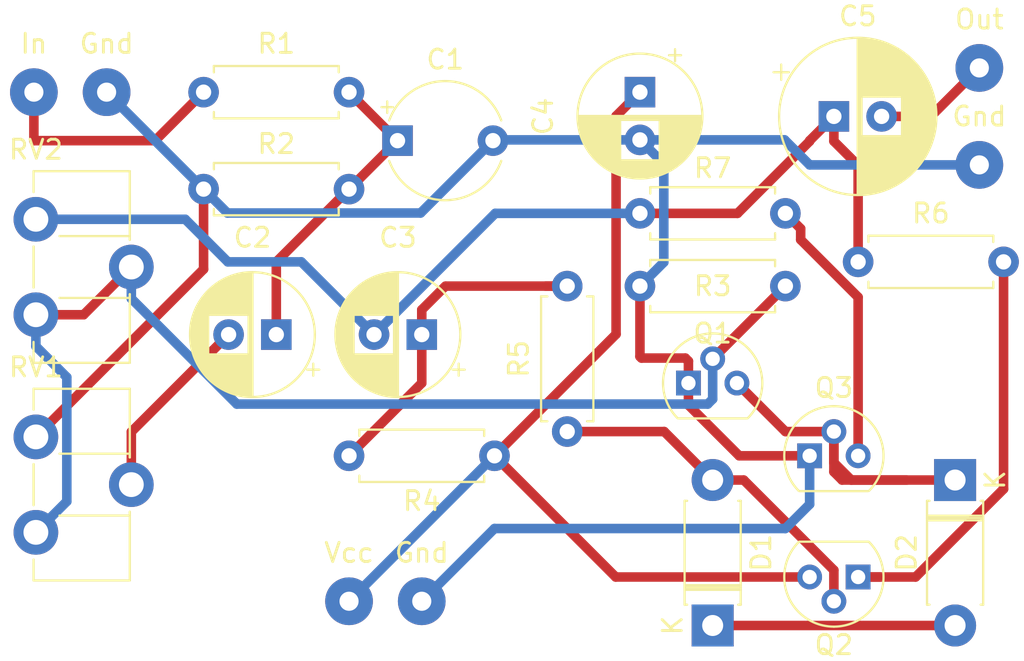
<source format=kicad_pcb>
(kicad_pcb (version 20171130) (host pcbnew 5.1.5+dfsg1-2build2)

  (general
    (thickness 1.6)
    (drawings 0)
    (tracks 97)
    (zones 0)
    (modules 25)
    (nets 15)
  )

  (page A4)
  (layers
    (0 F.Cu signal)
    (31 B.Cu signal)
    (32 B.Adhes user)
    (33 F.Adhes user)
    (34 B.Paste user)
    (35 F.Paste user)
    (36 B.SilkS user)
    (37 F.SilkS user)
    (38 B.Mask user)
    (39 F.Mask user)
    (40 Dwgs.User user)
    (41 Cmts.User user)
    (42 Eco1.User user)
    (43 Eco2.User user)
    (44 Edge.Cuts user)
    (45 Margin user)
    (46 B.CrtYd user)
    (47 F.CrtYd user)
    (48 B.Fab user)
    (49 F.Fab user hide)
  )

  (setup
    (last_trace_width 0.5)
    (user_trace_width 0.25)
    (user_trace_width 0.5)
    (user_trace_width 1)
    (trace_clearance 0.2)
    (zone_clearance 0.508)
    (zone_45_only no)
    (trace_min 0.2)
    (via_size 0.8)
    (via_drill 0.4)
    (via_min_size 0.4)
    (via_min_drill 0.3)
    (uvia_size 0.3)
    (uvia_drill 0.1)
    (uvias_allowed no)
    (uvia_min_size 0.2)
    (uvia_min_drill 0.1)
    (edge_width 0.05)
    (segment_width 0.2)
    (pcb_text_width 0.3)
    (pcb_text_size 1.5 1.5)
    (mod_edge_width 0.12)
    (mod_text_size 1 1)
    (mod_text_width 0.15)
    (pad_size 1.524 1.524)
    (pad_drill 0.762)
    (pad_to_mask_clearance 0.051)
    (solder_mask_min_width 0.25)
    (aux_axis_origin 0 0)
    (visible_elements FFFFEF7F)
    (pcbplotparams
      (layerselection 0x010fc_ffffffff)
      (usegerberextensions false)
      (usegerberattributes false)
      (usegerberadvancedattributes false)
      (creategerberjobfile false)
      (excludeedgelayer true)
      (linewidth 0.100000)
      (plotframeref false)
      (viasonmask false)
      (mode 1)
      (useauxorigin false)
      (hpglpennumber 1)
      (hpglpenspeed 20)
      (hpglpendiameter 15.000000)
      (psnegative false)
      (psa4output false)
      (plotreference true)
      (plotvalue true)
      (plotinvisibletext false)
      (padsonsilk false)
      (subtractmaskfromsilk false)
      (outputformat 1)
      (mirror false)
      (drillshape 0)
      (scaleselection 1)
      (outputdirectory "gerber/"))
  )

  (net 0 "")
  (net 1 Earth)
  (net 2 "Net-(C1-Pad1)")
  (net 3 "Net-(C2-Pad2)")
  (net 4 "Net-(C3-Pad2)")
  (net 5 "Net-(C3-Pad1)")
  (net 6 VCC)
  (net 7 "Net-(C5-Pad2)")
  (net 8 "Net-(D1-Pad2)")
  (net 9 "Net-(D1-Pad1)")
  (net 10 "Net-(D2-Pad1)")
  (net 11 "Net-(Q1-Pad2)")
  (net 12 "Net-(Q2-Pad1)")
  (net 13 "Net-(Q3-Pad3)")
  (net 14 "Net-(R1-Pad2)")

  (net_class Default "This is the default net class."
    (clearance 0.2)
    (trace_width 0.25)
    (via_dia 0.8)
    (via_drill 0.4)
    (uvia_dia 0.3)
    (uvia_drill 0.1)
    (add_net Earth)
    (add_net "Net-(C1-Pad1)")
    (add_net "Net-(C2-Pad2)")
    (add_net "Net-(C3-Pad1)")
    (add_net "Net-(C3-Pad2)")
    (add_net "Net-(C5-Pad2)")
    (add_net "Net-(D1-Pad1)")
    (add_net "Net-(D1-Pad2)")
    (add_net "Net-(D2-Pad1)")
    (add_net "Net-(Q1-Pad2)")
    (add_net "Net-(Q2-Pad1)")
    (add_net "Net-(Q3-Pad3)")
    (add_net "Net-(R1-Pad2)")
    (add_net VCC)
  )

  (module Connector_Wire:SolderWirePad_1x01_Drill1mm (layer F.Cu) (tedit 5AEE5EBE) (tstamp 5ED0D80C)
    (at 704.85 967.74)
    (descr "Wire solder connection")
    (tags connector)
    (fp_text reference Gnd (at 0 -2.54) (layer F.SilkS)
      (effects (font (size 1 1) (thickness 0.15)))
    )
    (fp_text value SolderWirePad_1x01_Drill1mm (at 0 3.175) (layer F.Fab)
      (effects (font (size 1 1) (thickness 0.15)))
    )
    (fp_text user %R (at 0 0) (layer F.Fab)
      (effects (font (size 1 1) (thickness 0.15)))
    )
    (fp_line (start -1.75 -1.75) (end 1.75 -1.75) (layer F.CrtYd) (width 0.05))
    (fp_line (start -1.75 -1.75) (end -1.75 1.75) (layer F.CrtYd) (width 0.05))
    (fp_line (start 1.75 1.75) (end 1.75 -1.75) (layer F.CrtYd) (width 0.05))
    (fp_line (start 1.75 1.75) (end -1.75 1.75) (layer F.CrtYd) (width 0.05))
    (pad 1 thru_hole circle (at 0 0) (size 2.49936 2.49936) (drill 1.00076) (layers *.Cu *.Mask))
  )

  (module Connector_Wire:SolderWirePad_1x01_Drill1mm (layer F.Cu) (tedit 5AEE5EBE) (tstamp 5ED0D7E5)
    (at 659.13 963.93)
    (descr "Wire solder connection")
    (tags connector)
    (fp_text reference Gnd (at 0 -2.54) (layer F.SilkS)
      (effects (font (size 1 1) (thickness 0.15)))
    )
    (fp_text value SolderWirePad_1x01_Drill1mm (at 0 3.175) (layer F.Fab)
      (effects (font (size 1 1) (thickness 0.15)))
    )
    (fp_line (start 1.75 1.75) (end -1.75 1.75) (layer F.CrtYd) (width 0.05))
    (fp_line (start 1.75 1.75) (end 1.75 -1.75) (layer F.CrtYd) (width 0.05))
    (fp_line (start -1.75 -1.75) (end -1.75 1.75) (layer F.CrtYd) (width 0.05))
    (fp_line (start -1.75 -1.75) (end 1.75 -1.75) (layer F.CrtYd) (width 0.05))
    (fp_text user %R (at 0 0) (layer F.Fab)
      (effects (font (size 1 1) (thickness 0.15)))
    )
    (pad 1 thru_hole circle (at 0 0) (size 2.49936 2.49936) (drill 1.00076) (layers *.Cu *.Mask))
  )

  (module Connector_Wire:SolderWirePad_1x01_Drill1mm (layer F.Cu) (tedit 5AEE5EBE) (tstamp 5ED0D69A)
    (at 675.64 990.6)
    (descr "Wire solder connection")
    (tags connector)
    (fp_text reference Gnd (at 0 -2.54) (layer F.SilkS)
      (effects (font (size 1 1) (thickness 0.15)))
    )
    (fp_text value SolderWirePad_1x01_Drill1mm (at 0 3.175) (layer F.Fab)
      (effects (font (size 1 1) (thickness 0.15)))
    )
    (fp_text user %R (at 0 0) (layer F.Fab)
      (effects (font (size 1 1) (thickness 0.15)))
    )
    (fp_line (start -1.75 -1.75) (end 1.75 -1.75) (layer F.CrtYd) (width 0.05))
    (fp_line (start -1.75 -1.75) (end -1.75 1.75) (layer F.CrtYd) (width 0.05))
    (fp_line (start 1.75 1.75) (end 1.75 -1.75) (layer F.CrtYd) (width 0.05))
    (fp_line (start 1.75 1.75) (end -1.75 1.75) (layer F.CrtYd) (width 0.05))
    (pad 1 thru_hole circle (at 0 0) (size 2.49936 2.49936) (drill 1.00076) (layers *.Cu *.Mask))
  )

  (module Connector_Wire:SolderWirePad_1x01_Drill1mm (layer F.Cu) (tedit 5AEE5EBE) (tstamp 5ED0D688)
    (at 671.83 990.6)
    (descr "Wire solder connection")
    (tags connector)
    (fp_text reference Vcc (at 0 -2.54) (layer F.SilkS)
      (effects (font (size 1 1) (thickness 0.15)))
    )
    (fp_text value SolderWirePad_1x01_Drill1mm (at 0 3.175) (layer F.Fab)
      (effects (font (size 1 1) (thickness 0.15)))
    )
    (fp_line (start 1.75 1.75) (end -1.75 1.75) (layer F.CrtYd) (width 0.05))
    (fp_line (start 1.75 1.75) (end 1.75 -1.75) (layer F.CrtYd) (width 0.05))
    (fp_line (start -1.75 -1.75) (end -1.75 1.75) (layer F.CrtYd) (width 0.05))
    (fp_line (start -1.75 -1.75) (end 1.75 -1.75) (layer F.CrtYd) (width 0.05))
    (fp_text user %R (at 0 0) (layer F.Fab)
      (effects (font (size 1 1) (thickness 0.15)))
    )
    (pad 1 thru_hole circle (at 0 0) (size 2.49936 2.49936) (drill 1.00076) (layers *.Cu *.Mask))
  )

  (module Connector_Wire:SolderWirePad_1x01_Drill1mm (layer F.Cu) (tedit 5AEE5EBE) (tstamp 5ED0D631)
    (at 704.85 962.66)
    (descr "Wire solder connection")
    (tags connector)
    (fp_text reference Out (at 0 -2.54) (layer F.SilkS)
      (effects (font (size 1 1) (thickness 0.15)))
    )
    (fp_text value SolderWirePad_1x01_Drill1mm (at 0 3.175) (layer F.Fab)
      (effects (font (size 1 1) (thickness 0.15)))
    )
    (fp_text user %R (at 0 0) (layer F.Fab)
      (effects (font (size 1 1) (thickness 0.15)))
    )
    (fp_line (start -1.75 -1.75) (end 1.75 -1.75) (layer F.CrtYd) (width 0.05))
    (fp_line (start -1.75 -1.75) (end -1.75 1.75) (layer F.CrtYd) (width 0.05))
    (fp_line (start 1.75 1.75) (end 1.75 -1.75) (layer F.CrtYd) (width 0.05))
    (fp_line (start 1.75 1.75) (end -1.75 1.75) (layer F.CrtYd) (width 0.05))
    (pad 1 thru_hole circle (at 0 0) (size 2.49936 2.49936) (drill 1.00076) (layers *.Cu *.Mask))
  )

  (module Connector_Wire:SolderWirePad_1x01_Drill1mm (layer F.Cu) (tedit 5AEE5EBE) (tstamp 5ED0D601)
    (at 655.32 963.93)
    (descr "Wire solder connection")
    (tags connector)
    (attr virtual)
    (fp_text reference In (at 0 -2.54) (layer F.SilkS)
      (effects (font (size 1 1) (thickness 0.15)))
    )
    (fp_text value SolderWirePad_1x01_Drill1mm (at 0 3.175) (layer F.Fab)
      (effects (font (size 1 1) (thickness 0.15)))
    )
    (fp_line (start 1.75 1.75) (end -1.75 1.75) (layer F.CrtYd) (width 0.05))
    (fp_line (start 1.75 1.75) (end 1.75 -1.75) (layer F.CrtYd) (width 0.05))
    (fp_line (start -1.75 -1.75) (end -1.75 1.75) (layer F.CrtYd) (width 0.05))
    (fp_line (start -1.75 -1.75) (end 1.75 -1.75) (layer F.CrtYd) (width 0.05))
    (fp_text user %R (at 0 0) (layer F.Fab)
      (effects (font (size 1 1) (thickness 0.15)))
    )
    (pad 1 thru_hole circle (at 0 0) (size 2.49936 2.49936) (drill 1.00076) (layers *.Cu *.Mask))
  )

  (module Potentiometer_THT:Potentiometer_ACP_CA9-H5_Horizontal (layer F.Cu) (tedit 5A3D4994) (tstamp 5ED00AFB)
    (at 655.425302 970.59)
    (descr "Potentiometer, horizontal, ACP CA9-H5, http://www.acptechnologies.com/wp-content/uploads/2017/05/02-ACP-CA9-CE9.pdf")
    (tags "Potentiometer horizontal ACP CA9-H5")
    (path /5ECEC2B1)
    (fp_text reference RV2 (at 0 -3.65) (layer F.SilkS)
      (effects (font (size 1 1) (thickness 0.15)))
    )
    (fp_text value 20k (at 0 8.65) (layer F.Fab)
      (effects (font (size 1 1) (thickness 0.15)))
    )
    (fp_text user %R (at 2.4 2.5) (layer F.Fab)
      (effects (font (size 1 1) (thickness 0.15)))
    )
    (fp_line (start 6.45 -2.7) (end -1.45 -2.7) (layer F.CrtYd) (width 0.05))
    (fp_line (start 6.45 7.65) (end 6.45 -2.7) (layer F.CrtYd) (width 0.05))
    (fp_line (start -1.45 7.65) (end 6.45 7.65) (layer F.CrtYd) (width 0.05))
    (fp_line (start -1.45 -2.7) (end -1.45 7.65) (layer F.CrtYd) (width 0.05))
    (fp_line (start 4.92 3.925) (end 4.92 4.12) (layer F.SilkS) (width 0.12))
    (fp_line (start 4.92 0.88) (end 4.92 1.075) (layer F.SilkS) (width 0.12))
    (fp_line (start -0.121 1.426) (end -0.121 3.575) (layer F.SilkS) (width 0.12))
    (fp_line (start 1.237 4.12) (end 4.92 4.12) (layer F.SilkS) (width 0.12))
    (fp_line (start 1.237 0.88) (end 4.92 0.88) (layer F.SilkS) (width 0.12))
    (fp_line (start -0.121 1.426) (end -0.121 3.575) (layer F.SilkS) (width 0.12))
    (fp_line (start -0.121 -2.521) (end -0.121 -1.426) (layer F.SilkS) (width 0.12))
    (fp_line (start -0.121 6.425) (end -0.121 7.52) (layer F.SilkS) (width 0.12))
    (fp_line (start 4.92 3.925) (end 4.92 7.52) (layer F.SilkS) (width 0.12))
    (fp_line (start 4.92 -2.521) (end 4.92 1.075) (layer F.SilkS) (width 0.12))
    (fp_line (start -0.121 7.52) (end 4.92 7.52) (layer F.SilkS) (width 0.12))
    (fp_line (start -0.121 -2.521) (end 4.92 -2.521) (layer F.SilkS) (width 0.12))
    (fp_line (start 4.8 1) (end 0 1) (layer F.Fab) (width 0.1))
    (fp_line (start 4.8 4) (end 4.8 1) (layer F.Fab) (width 0.1))
    (fp_line (start 0 4) (end 4.8 4) (layer F.Fab) (width 0.1))
    (fp_line (start 0 1) (end 0 4) (layer F.Fab) (width 0.1))
    (fp_line (start 0 -2.4) (end 4.8 -2.4) (layer F.Fab) (width 0.1))
    (fp_line (start 0 7.4) (end 0 -2.4) (layer F.Fab) (width 0.1))
    (fp_line (start 4.8 7.4) (end 0 7.4) (layer F.Fab) (width 0.1))
    (fp_line (start 4.8 -2.4) (end 4.8 7.4) (layer F.Fab) (width 0.1))
    (pad 1 thru_hole circle (at 0 0) (size 2.34 2.34) (drill 1.3) (layers *.Cu *.Mask)
      (net 4 "Net-(C3-Pad2)"))
    (pad 2 thru_hole circle (at 5 2.5) (size 2.34 2.34) (drill 1.3) (layers *.Cu *.Mask)
      (net 11 "Net-(Q1-Pad2)"))
    (pad 3 thru_hole circle (at 0 5) (size 2.34 2.34) (drill 1.3) (layers *.Cu *.Mask)
      (net 11 "Net-(Q1-Pad2)"))
    (model ${KISYS3DMOD}/Potentiometer_THT.3dshapes/Potentiometer_ACP_CA9-H5_Horizontal.wrl
      (at (xyz 0 0 0))
      (scale (xyz 1 1 1))
      (rotate (xyz 0 0 0))
    )
  )

  (module Resistor_THT:R_Axial_DIN0207_L6.3mm_D2.5mm_P7.62mm_Horizontal (layer F.Cu) (tedit 5AE5139B) (tstamp 5ED00A76)
    (at 679.45 982.98 180)
    (descr "Resistor, Axial_DIN0207 series, Axial, Horizontal, pin pitch=7.62mm, 0.25W = 1/4W, length*diameter=6.3*2.5mm^2, http://cdn-reichelt.de/documents/datenblatt/B400/1_4W%23YAG.pdf")
    (tags "Resistor Axial_DIN0207 series Axial Horizontal pin pitch 7.62mm 0.25W = 1/4W length 6.3mm diameter 2.5mm")
    (path /5ED1BD2A)
    (fp_text reference R4 (at 3.81 -2.37) (layer F.SilkS)
      (effects (font (size 1 1) (thickness 0.15)))
    )
    (fp_text value 470 (at 3.81 2.37) (layer F.Fab)
      (effects (font (size 1 1) (thickness 0.15)))
    )
    (fp_text user %R (at 3.81 0) (layer F.Fab)
      (effects (font (size 1 1) (thickness 0.15)))
    )
    (fp_line (start 8.67 -1.5) (end -1.05 -1.5) (layer F.CrtYd) (width 0.05))
    (fp_line (start 8.67 1.5) (end 8.67 -1.5) (layer F.CrtYd) (width 0.05))
    (fp_line (start -1.05 1.5) (end 8.67 1.5) (layer F.CrtYd) (width 0.05))
    (fp_line (start -1.05 -1.5) (end -1.05 1.5) (layer F.CrtYd) (width 0.05))
    (fp_line (start 7.08 1.37) (end 7.08 1.04) (layer F.SilkS) (width 0.12))
    (fp_line (start 0.54 1.37) (end 7.08 1.37) (layer F.SilkS) (width 0.12))
    (fp_line (start 0.54 1.04) (end 0.54 1.37) (layer F.SilkS) (width 0.12))
    (fp_line (start 7.08 -1.37) (end 7.08 -1.04) (layer F.SilkS) (width 0.12))
    (fp_line (start 0.54 -1.37) (end 7.08 -1.37) (layer F.SilkS) (width 0.12))
    (fp_line (start 0.54 -1.04) (end 0.54 -1.37) (layer F.SilkS) (width 0.12))
    (fp_line (start 7.62 0) (end 6.96 0) (layer F.Fab) (width 0.1))
    (fp_line (start 0 0) (end 0.66 0) (layer F.Fab) (width 0.1))
    (fp_line (start 6.96 -1.25) (end 0.66 -1.25) (layer F.Fab) (width 0.1))
    (fp_line (start 6.96 1.25) (end 6.96 -1.25) (layer F.Fab) (width 0.1))
    (fp_line (start 0.66 1.25) (end 6.96 1.25) (layer F.Fab) (width 0.1))
    (fp_line (start 0.66 -1.25) (end 0.66 1.25) (layer F.Fab) (width 0.1))
    (pad 2 thru_hole oval (at 7.62 0 180) (size 1.6 1.6) (drill 0.8) (layers *.Cu *.Mask)
      (net 5 "Net-(C3-Pad1)"))
    (pad 1 thru_hole circle (at 0 0 180) (size 1.6 1.6) (drill 0.8) (layers *.Cu *.Mask)
      (net 6 VCC))
    (model ${KISYS3DMOD}/Resistor_THT.3dshapes/R_Axial_DIN0207_L6.3mm_D2.5mm_P7.62mm_Horizontal.wrl
      (at (xyz 0 0 0))
      (scale (xyz 1 1 1))
      (rotate (xyz 0 0 0))
    )
  )

  (module Capacitor_THT:CP_Radial_D6.3mm_P2.50mm (layer F.Cu) (tedit 5AE50EF0) (tstamp 5ED007D5)
    (at 668.02 976.63 180)
    (descr "CP, Radial series, Radial, pin pitch=2.50mm, , diameter=6.3mm, Electrolytic Capacitor")
    (tags "CP Radial series Radial pin pitch 2.50mm  diameter 6.3mm Electrolytic Capacitor")
    (path /5ECE92A5)
    (fp_text reference C2 (at 1.25 5.08) (layer F.SilkS)
      (effects (font (size 1 1) (thickness 0.15)))
    )
    (fp_text value 47u (at 1.25 4.4) (layer F.Fab)
      (effects (font (size 1 1) (thickness 0.15)))
    )
    (fp_text user %R (at 1.25 0) (layer F.Fab)
      (effects (font (size 1 1) (thickness 0.15)))
    )
    (fp_line (start -1.935241 -2.154) (end -1.935241 -1.524) (layer F.SilkS) (width 0.12))
    (fp_line (start -2.250241 -1.839) (end -1.620241 -1.839) (layer F.SilkS) (width 0.12))
    (fp_line (start 4.491 -0.402) (end 4.491 0.402) (layer F.SilkS) (width 0.12))
    (fp_line (start 4.451 -0.633) (end 4.451 0.633) (layer F.SilkS) (width 0.12))
    (fp_line (start 4.411 -0.802) (end 4.411 0.802) (layer F.SilkS) (width 0.12))
    (fp_line (start 4.371 -0.94) (end 4.371 0.94) (layer F.SilkS) (width 0.12))
    (fp_line (start 4.331 -1.059) (end 4.331 1.059) (layer F.SilkS) (width 0.12))
    (fp_line (start 4.291 -1.165) (end 4.291 1.165) (layer F.SilkS) (width 0.12))
    (fp_line (start 4.251 -1.262) (end 4.251 1.262) (layer F.SilkS) (width 0.12))
    (fp_line (start 4.211 -1.35) (end 4.211 1.35) (layer F.SilkS) (width 0.12))
    (fp_line (start 4.171 -1.432) (end 4.171 1.432) (layer F.SilkS) (width 0.12))
    (fp_line (start 4.131 -1.509) (end 4.131 1.509) (layer F.SilkS) (width 0.12))
    (fp_line (start 4.091 -1.581) (end 4.091 1.581) (layer F.SilkS) (width 0.12))
    (fp_line (start 4.051 -1.65) (end 4.051 1.65) (layer F.SilkS) (width 0.12))
    (fp_line (start 4.011 -1.714) (end 4.011 1.714) (layer F.SilkS) (width 0.12))
    (fp_line (start 3.971 -1.776) (end 3.971 1.776) (layer F.SilkS) (width 0.12))
    (fp_line (start 3.931 -1.834) (end 3.931 1.834) (layer F.SilkS) (width 0.12))
    (fp_line (start 3.891 -1.89) (end 3.891 1.89) (layer F.SilkS) (width 0.12))
    (fp_line (start 3.851 -1.944) (end 3.851 1.944) (layer F.SilkS) (width 0.12))
    (fp_line (start 3.811 -1.995) (end 3.811 1.995) (layer F.SilkS) (width 0.12))
    (fp_line (start 3.771 -2.044) (end 3.771 2.044) (layer F.SilkS) (width 0.12))
    (fp_line (start 3.731 -2.092) (end 3.731 2.092) (layer F.SilkS) (width 0.12))
    (fp_line (start 3.691 -2.137) (end 3.691 2.137) (layer F.SilkS) (width 0.12))
    (fp_line (start 3.651 -2.182) (end 3.651 2.182) (layer F.SilkS) (width 0.12))
    (fp_line (start 3.611 -2.224) (end 3.611 2.224) (layer F.SilkS) (width 0.12))
    (fp_line (start 3.571 -2.265) (end 3.571 2.265) (layer F.SilkS) (width 0.12))
    (fp_line (start 3.531 1.04) (end 3.531 2.305) (layer F.SilkS) (width 0.12))
    (fp_line (start 3.531 -2.305) (end 3.531 -1.04) (layer F.SilkS) (width 0.12))
    (fp_line (start 3.491 1.04) (end 3.491 2.343) (layer F.SilkS) (width 0.12))
    (fp_line (start 3.491 -2.343) (end 3.491 -1.04) (layer F.SilkS) (width 0.12))
    (fp_line (start 3.451 1.04) (end 3.451 2.38) (layer F.SilkS) (width 0.12))
    (fp_line (start 3.451 -2.38) (end 3.451 -1.04) (layer F.SilkS) (width 0.12))
    (fp_line (start 3.411 1.04) (end 3.411 2.416) (layer F.SilkS) (width 0.12))
    (fp_line (start 3.411 -2.416) (end 3.411 -1.04) (layer F.SilkS) (width 0.12))
    (fp_line (start 3.371 1.04) (end 3.371 2.45) (layer F.SilkS) (width 0.12))
    (fp_line (start 3.371 -2.45) (end 3.371 -1.04) (layer F.SilkS) (width 0.12))
    (fp_line (start 3.331 1.04) (end 3.331 2.484) (layer F.SilkS) (width 0.12))
    (fp_line (start 3.331 -2.484) (end 3.331 -1.04) (layer F.SilkS) (width 0.12))
    (fp_line (start 3.291 1.04) (end 3.291 2.516) (layer F.SilkS) (width 0.12))
    (fp_line (start 3.291 -2.516) (end 3.291 -1.04) (layer F.SilkS) (width 0.12))
    (fp_line (start 3.251 1.04) (end 3.251 2.548) (layer F.SilkS) (width 0.12))
    (fp_line (start 3.251 -2.548) (end 3.251 -1.04) (layer F.SilkS) (width 0.12))
    (fp_line (start 3.211 1.04) (end 3.211 2.578) (layer F.SilkS) (width 0.12))
    (fp_line (start 3.211 -2.578) (end 3.211 -1.04) (layer F.SilkS) (width 0.12))
    (fp_line (start 3.171 1.04) (end 3.171 2.607) (layer F.SilkS) (width 0.12))
    (fp_line (start 3.171 -2.607) (end 3.171 -1.04) (layer F.SilkS) (width 0.12))
    (fp_line (start 3.131 1.04) (end 3.131 2.636) (layer F.SilkS) (width 0.12))
    (fp_line (start 3.131 -2.636) (end 3.131 -1.04) (layer F.SilkS) (width 0.12))
    (fp_line (start 3.091 1.04) (end 3.091 2.664) (layer F.SilkS) (width 0.12))
    (fp_line (start 3.091 -2.664) (end 3.091 -1.04) (layer F.SilkS) (width 0.12))
    (fp_line (start 3.051 1.04) (end 3.051 2.69) (layer F.SilkS) (width 0.12))
    (fp_line (start 3.051 -2.69) (end 3.051 -1.04) (layer F.SilkS) (width 0.12))
    (fp_line (start 3.011 1.04) (end 3.011 2.716) (layer F.SilkS) (width 0.12))
    (fp_line (start 3.011 -2.716) (end 3.011 -1.04) (layer F.SilkS) (width 0.12))
    (fp_line (start 2.971 1.04) (end 2.971 2.742) (layer F.SilkS) (width 0.12))
    (fp_line (start 2.971 -2.742) (end 2.971 -1.04) (layer F.SilkS) (width 0.12))
    (fp_line (start 2.931 1.04) (end 2.931 2.766) (layer F.SilkS) (width 0.12))
    (fp_line (start 2.931 -2.766) (end 2.931 -1.04) (layer F.SilkS) (width 0.12))
    (fp_line (start 2.891 1.04) (end 2.891 2.79) (layer F.SilkS) (width 0.12))
    (fp_line (start 2.891 -2.79) (end 2.891 -1.04) (layer F.SilkS) (width 0.12))
    (fp_line (start 2.851 1.04) (end 2.851 2.812) (layer F.SilkS) (width 0.12))
    (fp_line (start 2.851 -2.812) (end 2.851 -1.04) (layer F.SilkS) (width 0.12))
    (fp_line (start 2.811 1.04) (end 2.811 2.834) (layer F.SilkS) (width 0.12))
    (fp_line (start 2.811 -2.834) (end 2.811 -1.04) (layer F.SilkS) (width 0.12))
    (fp_line (start 2.771 1.04) (end 2.771 2.856) (layer F.SilkS) (width 0.12))
    (fp_line (start 2.771 -2.856) (end 2.771 -1.04) (layer F.SilkS) (width 0.12))
    (fp_line (start 2.731 1.04) (end 2.731 2.876) (layer F.SilkS) (width 0.12))
    (fp_line (start 2.731 -2.876) (end 2.731 -1.04) (layer F.SilkS) (width 0.12))
    (fp_line (start 2.691 1.04) (end 2.691 2.896) (layer F.SilkS) (width 0.12))
    (fp_line (start 2.691 -2.896) (end 2.691 -1.04) (layer F.SilkS) (width 0.12))
    (fp_line (start 2.651 1.04) (end 2.651 2.916) (layer F.SilkS) (width 0.12))
    (fp_line (start 2.651 -2.916) (end 2.651 -1.04) (layer F.SilkS) (width 0.12))
    (fp_line (start 2.611 1.04) (end 2.611 2.934) (layer F.SilkS) (width 0.12))
    (fp_line (start 2.611 -2.934) (end 2.611 -1.04) (layer F.SilkS) (width 0.12))
    (fp_line (start 2.571 1.04) (end 2.571 2.952) (layer F.SilkS) (width 0.12))
    (fp_line (start 2.571 -2.952) (end 2.571 -1.04) (layer F.SilkS) (width 0.12))
    (fp_line (start 2.531 1.04) (end 2.531 2.97) (layer F.SilkS) (width 0.12))
    (fp_line (start 2.531 -2.97) (end 2.531 -1.04) (layer F.SilkS) (width 0.12))
    (fp_line (start 2.491 1.04) (end 2.491 2.986) (layer F.SilkS) (width 0.12))
    (fp_line (start 2.491 -2.986) (end 2.491 -1.04) (layer F.SilkS) (width 0.12))
    (fp_line (start 2.451 1.04) (end 2.451 3.002) (layer F.SilkS) (width 0.12))
    (fp_line (start 2.451 -3.002) (end 2.451 -1.04) (layer F.SilkS) (width 0.12))
    (fp_line (start 2.411 1.04) (end 2.411 3.018) (layer F.SilkS) (width 0.12))
    (fp_line (start 2.411 -3.018) (end 2.411 -1.04) (layer F.SilkS) (width 0.12))
    (fp_line (start 2.371 1.04) (end 2.371 3.033) (layer F.SilkS) (width 0.12))
    (fp_line (start 2.371 -3.033) (end 2.371 -1.04) (layer F.SilkS) (width 0.12))
    (fp_line (start 2.331 1.04) (end 2.331 3.047) (layer F.SilkS) (width 0.12))
    (fp_line (start 2.331 -3.047) (end 2.331 -1.04) (layer F.SilkS) (width 0.12))
    (fp_line (start 2.291 1.04) (end 2.291 3.061) (layer F.SilkS) (width 0.12))
    (fp_line (start 2.291 -3.061) (end 2.291 -1.04) (layer F.SilkS) (width 0.12))
    (fp_line (start 2.251 1.04) (end 2.251 3.074) (layer F.SilkS) (width 0.12))
    (fp_line (start 2.251 -3.074) (end 2.251 -1.04) (layer F.SilkS) (width 0.12))
    (fp_line (start 2.211 1.04) (end 2.211 3.086) (layer F.SilkS) (width 0.12))
    (fp_line (start 2.211 -3.086) (end 2.211 -1.04) (layer F.SilkS) (width 0.12))
    (fp_line (start 2.171 1.04) (end 2.171 3.098) (layer F.SilkS) (width 0.12))
    (fp_line (start 2.171 -3.098) (end 2.171 -1.04) (layer F.SilkS) (width 0.12))
    (fp_line (start 2.131 1.04) (end 2.131 3.11) (layer F.SilkS) (width 0.12))
    (fp_line (start 2.131 -3.11) (end 2.131 -1.04) (layer F.SilkS) (width 0.12))
    (fp_line (start 2.091 1.04) (end 2.091 3.121) (layer F.SilkS) (width 0.12))
    (fp_line (start 2.091 -3.121) (end 2.091 -1.04) (layer F.SilkS) (width 0.12))
    (fp_line (start 2.051 1.04) (end 2.051 3.131) (layer F.SilkS) (width 0.12))
    (fp_line (start 2.051 -3.131) (end 2.051 -1.04) (layer F.SilkS) (width 0.12))
    (fp_line (start 2.011 1.04) (end 2.011 3.141) (layer F.SilkS) (width 0.12))
    (fp_line (start 2.011 -3.141) (end 2.011 -1.04) (layer F.SilkS) (width 0.12))
    (fp_line (start 1.971 1.04) (end 1.971 3.15) (layer F.SilkS) (width 0.12))
    (fp_line (start 1.971 -3.15) (end 1.971 -1.04) (layer F.SilkS) (width 0.12))
    (fp_line (start 1.93 1.04) (end 1.93 3.159) (layer F.SilkS) (width 0.12))
    (fp_line (start 1.93 -3.159) (end 1.93 -1.04) (layer F.SilkS) (width 0.12))
    (fp_line (start 1.89 1.04) (end 1.89 3.167) (layer F.SilkS) (width 0.12))
    (fp_line (start 1.89 -3.167) (end 1.89 -1.04) (layer F.SilkS) (width 0.12))
    (fp_line (start 1.85 1.04) (end 1.85 3.175) (layer F.SilkS) (width 0.12))
    (fp_line (start 1.85 -3.175) (end 1.85 -1.04) (layer F.SilkS) (width 0.12))
    (fp_line (start 1.81 1.04) (end 1.81 3.182) (layer F.SilkS) (width 0.12))
    (fp_line (start 1.81 -3.182) (end 1.81 -1.04) (layer F.SilkS) (width 0.12))
    (fp_line (start 1.77 1.04) (end 1.77 3.189) (layer F.SilkS) (width 0.12))
    (fp_line (start 1.77 -3.189) (end 1.77 -1.04) (layer F.SilkS) (width 0.12))
    (fp_line (start 1.73 1.04) (end 1.73 3.195) (layer F.SilkS) (width 0.12))
    (fp_line (start 1.73 -3.195) (end 1.73 -1.04) (layer F.SilkS) (width 0.12))
    (fp_line (start 1.69 1.04) (end 1.69 3.201) (layer F.SilkS) (width 0.12))
    (fp_line (start 1.69 -3.201) (end 1.69 -1.04) (layer F.SilkS) (width 0.12))
    (fp_line (start 1.65 1.04) (end 1.65 3.206) (layer F.SilkS) (width 0.12))
    (fp_line (start 1.65 -3.206) (end 1.65 -1.04) (layer F.SilkS) (width 0.12))
    (fp_line (start 1.61 1.04) (end 1.61 3.211) (layer F.SilkS) (width 0.12))
    (fp_line (start 1.61 -3.211) (end 1.61 -1.04) (layer F.SilkS) (width 0.12))
    (fp_line (start 1.57 1.04) (end 1.57 3.215) (layer F.SilkS) (width 0.12))
    (fp_line (start 1.57 -3.215) (end 1.57 -1.04) (layer F.SilkS) (width 0.12))
    (fp_line (start 1.53 1.04) (end 1.53 3.218) (layer F.SilkS) (width 0.12))
    (fp_line (start 1.53 -3.218) (end 1.53 -1.04) (layer F.SilkS) (width 0.12))
    (fp_line (start 1.49 1.04) (end 1.49 3.222) (layer F.SilkS) (width 0.12))
    (fp_line (start 1.49 -3.222) (end 1.49 -1.04) (layer F.SilkS) (width 0.12))
    (fp_line (start 1.45 -3.224) (end 1.45 3.224) (layer F.SilkS) (width 0.12))
    (fp_line (start 1.41 -3.227) (end 1.41 3.227) (layer F.SilkS) (width 0.12))
    (fp_line (start 1.37 -3.228) (end 1.37 3.228) (layer F.SilkS) (width 0.12))
    (fp_line (start 1.33 -3.23) (end 1.33 3.23) (layer F.SilkS) (width 0.12))
    (fp_line (start 1.29 -3.23) (end 1.29 3.23) (layer F.SilkS) (width 0.12))
    (fp_line (start 1.25 -3.23) (end 1.25 3.23) (layer F.SilkS) (width 0.12))
    (fp_line (start -1.128972 -1.6885) (end -1.128972 -1.0585) (layer F.Fab) (width 0.1))
    (fp_line (start -1.443972 -1.3735) (end -0.813972 -1.3735) (layer F.Fab) (width 0.1))
    (fp_circle (center 1.25 0) (end 4.65 0) (layer F.CrtYd) (width 0.05))
    (fp_circle (center 1.25 0) (end 4.52 0) (layer F.SilkS) (width 0.12))
    (fp_circle (center 1.25 0) (end 4.4 0) (layer F.Fab) (width 0.1))
    (pad 2 thru_hole circle (at 2.5 0 180) (size 1.6 1.6) (drill 0.8) (layers *.Cu *.Mask)
      (net 3 "Net-(C2-Pad2)"))
    (pad 1 thru_hole rect (at 0 0 180) (size 1.6 1.6) (drill 0.8) (layers *.Cu *.Mask)
      (net 2 "Net-(C1-Pad1)"))
    (model ${KISYS3DMOD}/Capacitor_THT.3dshapes/CP_Radial_D6.3mm_P2.50mm.wrl
      (at (xyz 0 0 0))
      (scale (xyz 1 1 1))
      (rotate (xyz 0 0 0))
    )
  )

  (module Resistor_THT:R_Axial_DIN0207_L6.3mm_D2.5mm_P7.62mm_Horizontal (layer F.Cu) (tedit 5AE5139B) (tstamp 5ED00ABB)
    (at 687.07 970.28)
    (descr "Resistor, Axial_DIN0207 series, Axial, Horizontal, pin pitch=7.62mm, 0.25W = 1/4W, length*diameter=6.3*2.5mm^2, http://cdn-reichelt.de/documents/datenblatt/B400/1_4W%23YAG.pdf")
    (tags "Resistor Axial_DIN0207 series Axial Horizontal pin pitch 7.62mm 0.25W = 1/4W length 6.3mm diameter 2.5mm")
    (path /5ED086E2)
    (fp_text reference R7 (at 3.81 -2.37) (layer F.SilkS)
      (effects (font (size 1 1) (thickness 0.15)))
    )
    (fp_text value .47 (at 3.81 2.37) (layer F.Fab)
      (effects (font (size 1 1) (thickness 0.15)))
    )
    (fp_text user %R (at 3.81 0) (layer F.Fab)
      (effects (font (size 1 1) (thickness 0.15)))
    )
    (fp_line (start 8.67 -1.5) (end -1.05 -1.5) (layer F.CrtYd) (width 0.05))
    (fp_line (start 8.67 1.5) (end 8.67 -1.5) (layer F.CrtYd) (width 0.05))
    (fp_line (start -1.05 1.5) (end 8.67 1.5) (layer F.CrtYd) (width 0.05))
    (fp_line (start -1.05 -1.5) (end -1.05 1.5) (layer F.CrtYd) (width 0.05))
    (fp_line (start 7.08 1.37) (end 7.08 1.04) (layer F.SilkS) (width 0.12))
    (fp_line (start 0.54 1.37) (end 7.08 1.37) (layer F.SilkS) (width 0.12))
    (fp_line (start 0.54 1.04) (end 0.54 1.37) (layer F.SilkS) (width 0.12))
    (fp_line (start 7.08 -1.37) (end 7.08 -1.04) (layer F.SilkS) (width 0.12))
    (fp_line (start 0.54 -1.37) (end 7.08 -1.37) (layer F.SilkS) (width 0.12))
    (fp_line (start 0.54 -1.04) (end 0.54 -1.37) (layer F.SilkS) (width 0.12))
    (fp_line (start 7.62 0) (end 6.96 0) (layer F.Fab) (width 0.1))
    (fp_line (start 0 0) (end 0.66 0) (layer F.Fab) (width 0.1))
    (fp_line (start 6.96 -1.25) (end 0.66 -1.25) (layer F.Fab) (width 0.1))
    (fp_line (start 6.96 1.25) (end 6.96 -1.25) (layer F.Fab) (width 0.1))
    (fp_line (start 0.66 1.25) (end 6.96 1.25) (layer F.Fab) (width 0.1))
    (fp_line (start 0.66 -1.25) (end 0.66 1.25) (layer F.Fab) (width 0.1))
    (pad 2 thru_hole oval (at 7.62 0) (size 1.6 1.6) (drill 0.8) (layers *.Cu *.Mask)
      (net 13 "Net-(Q3-Pad3)"))
    (pad 1 thru_hole circle (at 0 0) (size 1.6 1.6) (drill 0.8) (layers *.Cu *.Mask)
      (net 4 "Net-(C3-Pad2)"))
    (model ${KISYS3DMOD}/Resistor_THT.3dshapes/R_Axial_DIN0207_L6.3mm_D2.5mm_P7.62mm_Horizontal.wrl
      (at (xyz 0 0 0))
      (scale (xyz 1 1 1))
      (rotate (xyz 0 0 0))
    )
  )

  (module Resistor_THT:R_Axial_DIN0207_L6.3mm_D2.5mm_P7.62mm_Horizontal (layer F.Cu) (tedit 5AE5139B) (tstamp 5ED00A5F)
    (at 694.69 974.09 180)
    (descr "Resistor, Axial_DIN0207 series, Axial, Horizontal, pin pitch=7.62mm, 0.25W = 1/4W, length*diameter=6.3*2.5mm^2, http://cdn-reichelt.de/documents/datenblatt/B400/1_4W%23YAG.pdf")
    (tags "Resistor Axial_DIN0207 series Axial Horizontal pin pitch 7.62mm 0.25W = 1/4W length 6.3mm diameter 2.5mm")
    (path /5ECEB1F0)
    (fp_text reference R3 (at 3.81 0 180) (layer F.SilkS)
      (effects (font (size 1 1) (thickness 0.15)))
    )
    (fp_text value 4.7k (at 3.81 2.37) (layer F.Fab)
      (effects (font (size 1 1) (thickness 0.15)))
    )
    (fp_text user %R (at 3.81 0) (layer F.Fab)
      (effects (font (size 1 1) (thickness 0.15)))
    )
    (fp_line (start 8.67 -1.5) (end -1.05 -1.5) (layer F.CrtYd) (width 0.05))
    (fp_line (start 8.67 1.5) (end 8.67 -1.5) (layer F.CrtYd) (width 0.05))
    (fp_line (start -1.05 1.5) (end 8.67 1.5) (layer F.CrtYd) (width 0.05))
    (fp_line (start -1.05 -1.5) (end -1.05 1.5) (layer F.CrtYd) (width 0.05))
    (fp_line (start 7.08 1.37) (end 7.08 1.04) (layer F.SilkS) (width 0.12))
    (fp_line (start 0.54 1.37) (end 7.08 1.37) (layer F.SilkS) (width 0.12))
    (fp_line (start 0.54 1.04) (end 0.54 1.37) (layer F.SilkS) (width 0.12))
    (fp_line (start 7.08 -1.37) (end 7.08 -1.04) (layer F.SilkS) (width 0.12))
    (fp_line (start 0.54 -1.37) (end 7.08 -1.37) (layer F.SilkS) (width 0.12))
    (fp_line (start 0.54 -1.04) (end 0.54 -1.37) (layer F.SilkS) (width 0.12))
    (fp_line (start 7.62 0) (end 6.96 0) (layer F.Fab) (width 0.1))
    (fp_line (start 0 0) (end 0.66 0) (layer F.Fab) (width 0.1))
    (fp_line (start 6.96 -1.25) (end 0.66 -1.25) (layer F.Fab) (width 0.1))
    (fp_line (start 6.96 1.25) (end 6.96 -1.25) (layer F.Fab) (width 0.1))
    (fp_line (start 0.66 1.25) (end 6.96 1.25) (layer F.Fab) (width 0.1))
    (fp_line (start 0.66 -1.25) (end 0.66 1.25) (layer F.Fab) (width 0.1))
    (pad 2 thru_hole oval (at 7.62 0 180) (size 1.6 1.6) (drill 0.8) (layers *.Cu *.Mask)
      (net 1 Earth))
    (pad 1 thru_hole circle (at 0 0 180) (size 1.6 1.6) (drill 0.8) (layers *.Cu *.Mask)
      (net 11 "Net-(Q1-Pad2)"))
    (model ${KISYS3DMOD}/Resistor_THT.3dshapes/R_Axial_DIN0207_L6.3mm_D2.5mm_P7.62mm_Horizontal.wrl
      (at (xyz 0 0 0))
      (scale (xyz 1 1 1))
      (rotate (xyz 0 0 0))
    )
  )

  (module Potentiometer_THT:Potentiometer_ACP_CA9-H5_Horizontal (layer F.Cu) (tedit 5A3D4994) (tstamp 5ED00ADB)
    (at 655.425302 981.99)
    (descr "Potentiometer, horizontal, ACP CA9-H5, http://www.acptechnologies.com/wp-content/uploads/2017/05/02-ACP-CA9-CE9.pdf")
    (tags "Potentiometer horizontal ACP CA9-H5")
    (path /5ECE9BF3)
    (fp_text reference RV1 (at 0 -3.65) (layer F.SilkS)
      (effects (font (size 1 1) (thickness 0.15)))
    )
    (fp_text value 5k (at 0 8.65) (layer F.Fab)
      (effects (font (size 1 1) (thickness 0.15)))
    )
    (fp_text user %R (at 2.4 2.5) (layer F.Fab)
      (effects (font (size 1 1) (thickness 0.15)))
    )
    (fp_line (start 6.45 -2.7) (end -1.45 -2.7) (layer F.CrtYd) (width 0.05))
    (fp_line (start 6.45 7.65) (end 6.45 -2.7) (layer F.CrtYd) (width 0.05))
    (fp_line (start -1.45 7.65) (end 6.45 7.65) (layer F.CrtYd) (width 0.05))
    (fp_line (start -1.45 -2.7) (end -1.45 7.65) (layer F.CrtYd) (width 0.05))
    (fp_line (start 4.92 3.925) (end 4.92 4.12) (layer F.SilkS) (width 0.12))
    (fp_line (start 4.92 0.88) (end 4.92 1.075) (layer F.SilkS) (width 0.12))
    (fp_line (start -0.121 1.426) (end -0.121 3.575) (layer F.SilkS) (width 0.12))
    (fp_line (start 1.237 4.12) (end 4.92 4.12) (layer F.SilkS) (width 0.12))
    (fp_line (start 1.237 0.88) (end 4.92 0.88) (layer F.SilkS) (width 0.12))
    (fp_line (start -0.121 1.426) (end -0.121 3.575) (layer F.SilkS) (width 0.12))
    (fp_line (start -0.121 -2.521) (end -0.121 -1.426) (layer F.SilkS) (width 0.12))
    (fp_line (start -0.121 6.425) (end -0.121 7.52) (layer F.SilkS) (width 0.12))
    (fp_line (start 4.92 3.925) (end 4.92 7.52) (layer F.SilkS) (width 0.12))
    (fp_line (start 4.92 -2.521) (end 4.92 1.075) (layer F.SilkS) (width 0.12))
    (fp_line (start -0.121 7.52) (end 4.92 7.52) (layer F.SilkS) (width 0.12))
    (fp_line (start -0.121 -2.521) (end 4.92 -2.521) (layer F.SilkS) (width 0.12))
    (fp_line (start 4.8 1) (end 0 1) (layer F.Fab) (width 0.1))
    (fp_line (start 4.8 4) (end 4.8 1) (layer F.Fab) (width 0.1))
    (fp_line (start 0 4) (end 4.8 4) (layer F.Fab) (width 0.1))
    (fp_line (start 0 1) (end 0 4) (layer F.Fab) (width 0.1))
    (fp_line (start 0 -2.4) (end 4.8 -2.4) (layer F.Fab) (width 0.1))
    (fp_line (start 0 7.4) (end 0 -2.4) (layer F.Fab) (width 0.1))
    (fp_line (start 4.8 7.4) (end 0 7.4) (layer F.Fab) (width 0.1))
    (fp_line (start 4.8 -2.4) (end 4.8 7.4) (layer F.Fab) (width 0.1))
    (pad 1 thru_hole circle (at 0 0) (size 2.34 2.34) (drill 1.3) (layers *.Cu *.Mask)
      (net 1 Earth))
    (pad 2 thru_hole circle (at 5 2.5) (size 2.34 2.34) (drill 1.3) (layers *.Cu *.Mask)
      (net 3 "Net-(C2-Pad2)"))
    (pad 3 thru_hole circle (at 0 5) (size 2.34 2.34) (drill 1.3) (layers *.Cu *.Mask)
      (net 11 "Net-(Q1-Pad2)"))
    (model ${KISYS3DMOD}/Potentiometer_THT.3dshapes/Potentiometer_ACP_CA9-H5_Horizontal.wrl
      (at (xyz 0 0 0))
      (scale (xyz 1 1 1))
      (rotate (xyz 0 0 0))
    )
  )

  (module Capacitor_THT:CP_Radial_Tantal_D6.0mm_P5.00mm (layer F.Cu) (tedit 5AE50EF0) (tstamp 5ED00741)
    (at 674.37 966.47)
    (descr "CP, Radial_Tantal series, Radial, pin pitch=5.00mm, , diameter=6.0mm, Tantal Electrolytic Capacitor, http://cdn-reichelt.de/documents/datenblatt/B300/TANTAL-TB-Serie%23.pdf")
    (tags "CP Radial_Tantal series Radial pin pitch 5.00mm  diameter 6.0mm Tantal Electrolytic Capacitor")
    (path /5ED26EC4)
    (fp_text reference C1 (at 2.5 -4.25) (layer F.SilkS)
      (effects (font (size 1 1) (thickness 0.15)))
    )
    (fp_text value 100n (at 2.5 4.25) (layer F.Fab)
      (effects (font (size 1 1) (thickness 0.15)))
    )
    (fp_text user %R (at 2.5 0) (layer F.Fab)
      (effects (font (size 1 1) (thickness 0.15)))
    )
    (fp_line (start -0.539749 -2.055) (end -0.539749 -1.455) (layer F.SilkS) (width 0.12))
    (fp_line (start -0.839749 -1.755) (end -0.239749 -1.755) (layer F.SilkS) (width 0.12))
    (fp_line (start 0.235344 -1.6075) (end 0.235344 -1.0075) (layer F.Fab) (width 0.1))
    (fp_line (start -0.064656 -1.3075) (end 0.535344 -1.3075) (layer F.Fab) (width 0.1))
    (fp_circle (center 2.5 0) (end 6.22 0) (layer F.CrtYd) (width 0.05))
    (fp_circle (center 2.5 0) (end 5.5 0) (layer F.Fab) (width 0.1))
    (fp_arc (start 2.5 0) (end -0.434416 1.06) (angle -140.277494) (layer F.SilkS) (width 0.12))
    (fp_arc (start 2.5 0) (end -0.434416 -1.06) (angle 140.277494) (layer F.SilkS) (width 0.12))
    (pad 2 thru_hole circle (at 5 0) (size 1.6 1.6) (drill 0.8) (layers *.Cu *.Mask)
      (net 1 Earth))
    (pad 1 thru_hole rect (at 0 0) (size 1.6 1.6) (drill 0.8) (layers *.Cu *.Mask)
      (net 2 "Net-(C1-Pad1)"))
    (model ${KISYS3DMOD}/Capacitor_THT.3dshapes/CP_Radial_Tantal_D6.0mm_P5.00mm.wrl
      (at (xyz 0 0 0))
      (scale (xyz 1 1 1))
      (rotate (xyz 0 0 0))
    )
  )

  (module Resistor_THT:R_Axial_DIN0207_L6.3mm_D2.5mm_P7.62mm_Horizontal (layer F.Cu) (tedit 5AE5139B) (tstamp 5ED00AA4)
    (at 706.12 972.82 180)
    (descr "Resistor, Axial_DIN0207 series, Axial, Horizontal, pin pitch=7.62mm, 0.25W = 1/4W, length*diameter=6.3*2.5mm^2, http://cdn-reichelt.de/documents/datenblatt/B400/1_4W%23YAG.pdf")
    (tags "Resistor Axial_DIN0207 series Axial Horizontal pin pitch 7.62mm 0.25W = 1/4W length 6.3mm diameter 2.5mm")
    (path /5ED07ABF)
    (fp_text reference R6 (at 3.81 2.54) (layer F.SilkS)
      (effects (font (size 1 1) (thickness 0.15)))
    )
    (fp_text value .47 (at 3.81 2.37) (layer F.Fab)
      (effects (font (size 1 1) (thickness 0.15)))
    )
    (fp_text user %R (at 3.81 0 180) (layer F.Fab)
      (effects (font (size 1 1) (thickness 0.15)))
    )
    (fp_line (start 8.67 -1.5) (end -1.05 -1.5) (layer F.CrtYd) (width 0.05))
    (fp_line (start 8.67 1.5) (end 8.67 -1.5) (layer F.CrtYd) (width 0.05))
    (fp_line (start -1.05 1.5) (end 8.67 1.5) (layer F.CrtYd) (width 0.05))
    (fp_line (start -1.05 -1.5) (end -1.05 1.5) (layer F.CrtYd) (width 0.05))
    (fp_line (start 7.08 1.37) (end 7.08 1.04) (layer F.SilkS) (width 0.12))
    (fp_line (start 0.54 1.37) (end 7.08 1.37) (layer F.SilkS) (width 0.12))
    (fp_line (start 0.54 1.04) (end 0.54 1.37) (layer F.SilkS) (width 0.12))
    (fp_line (start 7.08 -1.37) (end 7.08 -1.04) (layer F.SilkS) (width 0.12))
    (fp_line (start 0.54 -1.37) (end 7.08 -1.37) (layer F.SilkS) (width 0.12))
    (fp_line (start 0.54 -1.04) (end 0.54 -1.37) (layer F.SilkS) (width 0.12))
    (fp_line (start 7.62 0) (end 6.96 0) (layer F.Fab) (width 0.1))
    (fp_line (start 0 0) (end 0.66 0) (layer F.Fab) (width 0.1))
    (fp_line (start 6.96 -1.25) (end 0.66 -1.25) (layer F.Fab) (width 0.1))
    (fp_line (start 6.96 1.25) (end 6.96 -1.25) (layer F.Fab) (width 0.1))
    (fp_line (start 0.66 1.25) (end 6.96 1.25) (layer F.Fab) (width 0.1))
    (fp_line (start 0.66 -1.25) (end 0.66 1.25) (layer F.Fab) (width 0.1))
    (pad 2 thru_hole oval (at 7.62 0 180) (size 1.6 1.6) (drill 0.8) (layers *.Cu *.Mask)
      (net 4 "Net-(C3-Pad2)"))
    (pad 1 thru_hole circle (at 0 0 180) (size 1.6 1.6) (drill 0.8) (layers *.Cu *.Mask)
      (net 12 "Net-(Q2-Pad1)"))
    (model ${KISYS3DMOD}/Resistor_THT.3dshapes/R_Axial_DIN0207_L6.3mm_D2.5mm_P7.62mm_Horizontal.wrl
      (at (xyz 0 0 0))
      (scale (xyz 1 1 1))
      (rotate (xyz 0 0 0))
    )
  )

  (module Resistor_THT:R_Axial_DIN0207_L6.3mm_D2.5mm_P7.62mm_Horizontal (layer F.Cu) (tedit 5AE5139B) (tstamp 5ED00A8D)
    (at 683.26 974.09 270)
    (descr "Resistor, Axial_DIN0207 series, Axial, Horizontal, pin pitch=7.62mm, 0.25W = 1/4W, length*diameter=6.3*2.5mm^2, http://cdn-reichelt.de/documents/datenblatt/B400/1_4W%23YAG.pdf")
    (tags "Resistor Axial_DIN0207 series Axial Horizontal pin pitch 7.62mm 0.25W = 1/4W length 6.3mm diameter 2.5mm")
    (path /5ED1379F)
    (fp_text reference R5 (at 3.81 2.54 90) (layer F.SilkS)
      (effects (font (size 1 1) (thickness 0.15)))
    )
    (fp_text value 470 (at 3.81 2.37 90) (layer F.Fab)
      (effects (font (size 1 1) (thickness 0.15)))
    )
    (fp_text user %R (at 3.81 0 90) (layer F.Fab)
      (effects (font (size 1 1) (thickness 0.15)))
    )
    (fp_line (start 8.67 -1.5) (end -1.05 -1.5) (layer F.CrtYd) (width 0.05))
    (fp_line (start 8.67 1.5) (end 8.67 -1.5) (layer F.CrtYd) (width 0.05))
    (fp_line (start -1.05 1.5) (end 8.67 1.5) (layer F.CrtYd) (width 0.05))
    (fp_line (start -1.05 -1.5) (end -1.05 1.5) (layer F.CrtYd) (width 0.05))
    (fp_line (start 7.08 1.37) (end 7.08 1.04) (layer F.SilkS) (width 0.12))
    (fp_line (start 0.54 1.37) (end 7.08 1.37) (layer F.SilkS) (width 0.12))
    (fp_line (start 0.54 1.04) (end 0.54 1.37) (layer F.SilkS) (width 0.12))
    (fp_line (start 7.08 -1.37) (end 7.08 -1.04) (layer F.SilkS) (width 0.12))
    (fp_line (start 0.54 -1.37) (end 7.08 -1.37) (layer F.SilkS) (width 0.12))
    (fp_line (start 0.54 -1.04) (end 0.54 -1.37) (layer F.SilkS) (width 0.12))
    (fp_line (start 7.62 0) (end 6.96 0) (layer F.Fab) (width 0.1))
    (fp_line (start 0 0) (end 0.66 0) (layer F.Fab) (width 0.1))
    (fp_line (start 6.96 -1.25) (end 0.66 -1.25) (layer F.Fab) (width 0.1))
    (fp_line (start 6.96 1.25) (end 6.96 -1.25) (layer F.Fab) (width 0.1))
    (fp_line (start 0.66 1.25) (end 6.96 1.25) (layer F.Fab) (width 0.1))
    (fp_line (start 0.66 -1.25) (end 0.66 1.25) (layer F.Fab) (width 0.1))
    (pad 2 thru_hole oval (at 7.62 0 270) (size 1.6 1.6) (drill 0.8) (layers *.Cu *.Mask)
      (net 8 "Net-(D1-Pad2)"))
    (pad 1 thru_hole circle (at 0 0 270) (size 1.6 1.6) (drill 0.8) (layers *.Cu *.Mask)
      (net 5 "Net-(C3-Pad1)"))
    (model ${KISYS3DMOD}/Resistor_THT.3dshapes/R_Axial_DIN0207_L6.3mm_D2.5mm_P7.62mm_Horizontal.wrl
      (at (xyz 0 0 0))
      (scale (xyz 1 1 1))
      (rotate (xyz 0 0 0))
    )
  )

  (module Resistor_THT:R_Axial_DIN0207_L6.3mm_D2.5mm_P7.62mm_Horizontal (layer F.Cu) (tedit 5AE5139B) (tstamp 5ED00A48)
    (at 664.21 969.01)
    (descr "Resistor, Axial_DIN0207 series, Axial, Horizontal, pin pitch=7.62mm, 0.25W = 1/4W, length*diameter=6.3*2.5mm^2, http://cdn-reichelt.de/documents/datenblatt/B400/1_4W%23YAG.pdf")
    (tags "Resistor Axial_DIN0207 series Axial Horizontal pin pitch 7.62mm 0.25W = 1/4W length 6.3mm diameter 2.5mm")
    (path /5ED2B2EB)
    (fp_text reference R2 (at 3.81 -2.37) (layer F.SilkS)
      (effects (font (size 1 1) (thickness 0.15)))
    )
    (fp_text value 100 (at 3.81 2.37) (layer F.Fab)
      (effects (font (size 1 1) (thickness 0.15)))
    )
    (fp_text user %R (at 3.81 0) (layer F.Fab)
      (effects (font (size 1 1) (thickness 0.15)))
    )
    (fp_line (start 8.67 -1.5) (end -1.05 -1.5) (layer F.CrtYd) (width 0.05))
    (fp_line (start 8.67 1.5) (end 8.67 -1.5) (layer F.CrtYd) (width 0.05))
    (fp_line (start -1.05 1.5) (end 8.67 1.5) (layer F.CrtYd) (width 0.05))
    (fp_line (start -1.05 -1.5) (end -1.05 1.5) (layer F.CrtYd) (width 0.05))
    (fp_line (start 7.08 1.37) (end 7.08 1.04) (layer F.SilkS) (width 0.12))
    (fp_line (start 0.54 1.37) (end 7.08 1.37) (layer F.SilkS) (width 0.12))
    (fp_line (start 0.54 1.04) (end 0.54 1.37) (layer F.SilkS) (width 0.12))
    (fp_line (start 7.08 -1.37) (end 7.08 -1.04) (layer F.SilkS) (width 0.12))
    (fp_line (start 0.54 -1.37) (end 7.08 -1.37) (layer F.SilkS) (width 0.12))
    (fp_line (start 0.54 -1.04) (end 0.54 -1.37) (layer F.SilkS) (width 0.12))
    (fp_line (start 7.62 0) (end 6.96 0) (layer F.Fab) (width 0.1))
    (fp_line (start 0 0) (end 0.66 0) (layer F.Fab) (width 0.1))
    (fp_line (start 6.96 -1.25) (end 0.66 -1.25) (layer F.Fab) (width 0.1))
    (fp_line (start 6.96 1.25) (end 6.96 -1.25) (layer F.Fab) (width 0.1))
    (fp_line (start 0.66 1.25) (end 6.96 1.25) (layer F.Fab) (width 0.1))
    (fp_line (start 0.66 -1.25) (end 0.66 1.25) (layer F.Fab) (width 0.1))
    (pad 2 thru_hole oval (at 7.62 0) (size 1.6 1.6) (drill 0.8) (layers *.Cu *.Mask)
      (net 2 "Net-(C1-Pad1)"))
    (pad 1 thru_hole circle (at 0 0) (size 1.6 1.6) (drill 0.8) (layers *.Cu *.Mask)
      (net 1 Earth))
    (model ${KISYS3DMOD}/Resistor_THT.3dshapes/R_Axial_DIN0207_L6.3mm_D2.5mm_P7.62mm_Horizontal.wrl
      (at (xyz 0 0 0))
      (scale (xyz 1 1 1))
      (rotate (xyz 0 0 0))
    )
  )

  (module Resistor_THT:R_Axial_DIN0207_L6.3mm_D2.5mm_P7.62mm_Horizontal (layer F.Cu) (tedit 5AE5139B) (tstamp 5ED00A31)
    (at 671.83 963.93 180)
    (descr "Resistor, Axial_DIN0207 series, Axial, Horizontal, pin pitch=7.62mm, 0.25W = 1/4W, length*diameter=6.3*2.5mm^2, http://cdn-reichelt.de/documents/datenblatt/B400/1_4W%23YAG.pdf")
    (tags "Resistor Axial_DIN0207 series Axial Horizontal pin pitch 7.62mm 0.25W = 1/4W length 6.3mm diameter 2.5mm")
    (path /5ED2664F)
    (fp_text reference R1 (at 3.81 2.54) (layer F.SilkS)
      (effects (font (size 1 1) (thickness 0.15)))
    )
    (fp_text value 220 (at 3.81 2.37) (layer F.Fab)
      (effects (font (size 1 1) (thickness 0.15)))
    )
    (fp_text user %R (at 3.81 0) (layer F.Fab)
      (effects (font (size 1 1) (thickness 0.15)))
    )
    (fp_line (start 8.67 -1.5) (end -1.05 -1.5) (layer F.CrtYd) (width 0.05))
    (fp_line (start 8.67 1.5) (end 8.67 -1.5) (layer F.CrtYd) (width 0.05))
    (fp_line (start -1.05 1.5) (end 8.67 1.5) (layer F.CrtYd) (width 0.05))
    (fp_line (start -1.05 -1.5) (end -1.05 1.5) (layer F.CrtYd) (width 0.05))
    (fp_line (start 7.08 1.37) (end 7.08 1.04) (layer F.SilkS) (width 0.12))
    (fp_line (start 0.54 1.37) (end 7.08 1.37) (layer F.SilkS) (width 0.12))
    (fp_line (start 0.54 1.04) (end 0.54 1.37) (layer F.SilkS) (width 0.12))
    (fp_line (start 7.08 -1.37) (end 7.08 -1.04) (layer F.SilkS) (width 0.12))
    (fp_line (start 0.54 -1.37) (end 7.08 -1.37) (layer F.SilkS) (width 0.12))
    (fp_line (start 0.54 -1.04) (end 0.54 -1.37) (layer F.SilkS) (width 0.12))
    (fp_line (start 7.62 0) (end 6.96 0) (layer F.Fab) (width 0.1))
    (fp_line (start 0 0) (end 0.66 0) (layer F.Fab) (width 0.1))
    (fp_line (start 6.96 -1.25) (end 0.66 -1.25) (layer F.Fab) (width 0.1))
    (fp_line (start 6.96 1.25) (end 6.96 -1.25) (layer F.Fab) (width 0.1))
    (fp_line (start 0.66 1.25) (end 6.96 1.25) (layer F.Fab) (width 0.1))
    (fp_line (start 0.66 -1.25) (end 0.66 1.25) (layer F.Fab) (width 0.1))
    (pad 2 thru_hole oval (at 7.62 0 180) (size 1.6 1.6) (drill 0.8) (layers *.Cu *.Mask)
      (net 14 "Net-(R1-Pad2)"))
    (pad 1 thru_hole circle (at 0 0 180) (size 1.6 1.6) (drill 0.8) (layers *.Cu *.Mask)
      (net 2 "Net-(C1-Pad1)"))
    (model ${KISYS3DMOD}/Resistor_THT.3dshapes/R_Axial_DIN0207_L6.3mm_D2.5mm_P7.62mm_Horizontal.wrl
      (at (xyz 0 0 0))
      (scale (xyz 1 1 1))
      (rotate (xyz 0 0 0))
    )
  )

  (module Package_TO_SOT_THT:TO-92 (layer F.Cu) (tedit 5A279852) (tstamp 5ED00A1A)
    (at 695.96 982.98)
    (descr "TO-92 leads molded, narrow, drill 0.75mm (see NXP sot054_po.pdf)")
    (tags "to-92 sc-43 sc-43a sot54 PA33 transistor")
    (path /5ECEF0DA)
    (fp_text reference Q3 (at 1.27 -3.56) (layer F.SilkS)
      (effects (font (size 1 1) (thickness 0.15)))
    )
    (fp_text value 2n2907 (at 1.27 -5.08) (layer F.Fab)
      (effects (font (size 1 1) (thickness 0.15)))
    )
    (fp_arc (start 1.27 0) (end 1.27 -2.6) (angle 135) (layer F.SilkS) (width 0.12))
    (fp_arc (start 1.27 0) (end 1.27 -2.48) (angle -135) (layer F.Fab) (width 0.1))
    (fp_arc (start 1.27 0) (end 1.27 -2.6) (angle -135) (layer F.SilkS) (width 0.12))
    (fp_arc (start 1.27 0) (end 1.27 -2.48) (angle 135) (layer F.Fab) (width 0.1))
    (fp_line (start 4 2.01) (end -1.46 2.01) (layer F.CrtYd) (width 0.05))
    (fp_line (start 4 2.01) (end 4 -2.73) (layer F.CrtYd) (width 0.05))
    (fp_line (start -1.46 -2.73) (end -1.46 2.01) (layer F.CrtYd) (width 0.05))
    (fp_line (start -1.46 -2.73) (end 4 -2.73) (layer F.CrtYd) (width 0.05))
    (fp_line (start -0.5 1.75) (end 3 1.75) (layer F.Fab) (width 0.1))
    (fp_line (start -0.53 1.85) (end 3.07 1.85) (layer F.SilkS) (width 0.12))
    (fp_text user %R (at 1.27 -3.56) (layer F.Fab)
      (effects (font (size 1 1) (thickness 0.15)))
    )
    (pad 1 thru_hole rect (at 0 0 90) (size 1.3 1.3) (drill 0.75) (layers *.Cu *.Mask)
      (net 1 Earth))
    (pad 3 thru_hole circle (at 2.54 0 90) (size 1.3 1.3) (drill 0.75) (layers *.Cu *.Mask)
      (net 13 "Net-(Q3-Pad3)"))
    (pad 2 thru_hole circle (at 1.27 -1.27 90) (size 1.3 1.3) (drill 0.75) (layers *.Cu *.Mask)
      (net 10 "Net-(D2-Pad1)"))
    (model ${KISYS3DMOD}/Package_TO_SOT_THT.3dshapes/TO-92.wrl
      (at (xyz 0 0 0))
      (scale (xyz 1 1 1))
      (rotate (xyz 0 0 0))
    )
  )

  (module Package_TO_SOT_THT:TO-92 (layer F.Cu) (tedit 5A279852) (tstamp 5ED00A08)
    (at 698.5 989.33 180)
    (descr "TO-92 leads molded, narrow, drill 0.75mm (see NXP sot054_po.pdf)")
    (tags "to-92 sc-43 sc-43a sot54 PA33 transistor")
    (path /5ECF01DA)
    (fp_text reference Q2 (at 1.27 -3.56) (layer F.SilkS)
      (effects (font (size 1 1) (thickness 0.15)))
    )
    (fp_text value 2n2222 (at 1.27 2.79) (layer F.Fab)
      (effects (font (size 1 1) (thickness 0.15)))
    )
    (fp_arc (start 1.27 0) (end 1.27 -2.6) (angle 135) (layer F.SilkS) (width 0.12))
    (fp_arc (start 1.27 0) (end 1.27 -2.48) (angle -135) (layer F.Fab) (width 0.1))
    (fp_arc (start 1.27 0) (end 1.27 -2.6) (angle -135) (layer F.SilkS) (width 0.12))
    (fp_arc (start 1.27 0) (end 1.27 -2.48) (angle 135) (layer F.Fab) (width 0.1))
    (fp_line (start 4 2.01) (end -1.46 2.01) (layer F.CrtYd) (width 0.05))
    (fp_line (start 4 2.01) (end 4 -2.73) (layer F.CrtYd) (width 0.05))
    (fp_line (start -1.46 -2.73) (end -1.46 2.01) (layer F.CrtYd) (width 0.05))
    (fp_line (start -1.46 -2.73) (end 4 -2.73) (layer F.CrtYd) (width 0.05))
    (fp_line (start -0.5 1.75) (end 3 1.75) (layer F.Fab) (width 0.1))
    (fp_line (start -0.53 1.85) (end 3.07 1.85) (layer F.SilkS) (width 0.12))
    (fp_text user %R (at 1.27 -3.56) (layer F.Fab)
      (effects (font (size 1 1) (thickness 0.15)))
    )
    (pad 1 thru_hole rect (at 0 0 270) (size 1.3 1.3) (drill 0.75) (layers *.Cu *.Mask)
      (net 12 "Net-(Q2-Pad1)"))
    (pad 3 thru_hole circle (at 2.54 0 270) (size 1.3 1.3) (drill 0.75) (layers *.Cu *.Mask)
      (net 6 VCC))
    (pad 2 thru_hole circle (at 1.27 -1.27 270) (size 1.3 1.3) (drill 0.75) (layers *.Cu *.Mask)
      (net 8 "Net-(D1-Pad2)"))
    (model ${KISYS3DMOD}/Package_TO_SOT_THT.3dshapes/TO-92.wrl
      (at (xyz 0 0 0))
      (scale (xyz 1 1 1))
      (rotate (xyz 0 0 0))
    )
  )

  (module Package_TO_SOT_THT:TO-92 (layer F.Cu) (tedit 5A279852) (tstamp 5ED009F6)
    (at 689.61 979.17)
    (descr "TO-92 leads molded, narrow, drill 0.75mm (see NXP sot054_po.pdf)")
    (tags "to-92 sc-43 sc-43a sot54 PA33 transistor")
    (path /5ECEDE5E)
    (fp_text reference Q1 (at 1.27 -2.6) (layer F.SilkS)
      (effects (font (size 1 1) (thickness 0.15)))
    )
    (fp_text value 2n2222 (at 1.27 2.79) (layer F.Fab)
      (effects (font (size 1 1) (thickness 0.15)))
    )
    (fp_arc (start 1.27 0) (end 1.27 -2.6) (angle 135) (layer F.SilkS) (width 0.12))
    (fp_arc (start 1.27 0) (end 1.27 -2.48) (angle -135) (layer F.Fab) (width 0.1))
    (fp_arc (start 1.27 0) (end 1.27 -2.6) (angle -135) (layer F.SilkS) (width 0.12))
    (fp_arc (start 1.27 0) (end 1.27 -2.48) (angle 135) (layer F.Fab) (width 0.1))
    (fp_line (start 4 2.01) (end -1.46 2.01) (layer F.CrtYd) (width 0.05))
    (fp_line (start 4 2.01) (end 4 -2.73) (layer F.CrtYd) (width 0.05))
    (fp_line (start -1.46 -2.73) (end -1.46 2.01) (layer F.CrtYd) (width 0.05))
    (fp_line (start -1.46 -2.73) (end 4 -2.73) (layer F.CrtYd) (width 0.05))
    (fp_line (start -0.5 1.75) (end 3 1.75) (layer F.Fab) (width 0.1))
    (fp_line (start -0.53 1.85) (end 3.07 1.85) (layer F.SilkS) (width 0.12))
    (fp_text user %R (at 1.27 -3.56) (layer F.Fab)
      (effects (font (size 1 1) (thickness 0.15)))
    )
    (pad 1 thru_hole rect (at 0 0 90) (size 1.3 1.3) (drill 0.75) (layers *.Cu *.Mask)
      (net 1 Earth))
    (pad 3 thru_hole circle (at 2.54 0 90) (size 1.3 1.3) (drill 0.75) (layers *.Cu *.Mask)
      (net 10 "Net-(D2-Pad1)"))
    (pad 2 thru_hole circle (at 1.27 -1.27 90) (size 1.3 1.3) (drill 0.75) (layers *.Cu *.Mask)
      (net 11 "Net-(Q1-Pad2)"))
    (model ${KISYS3DMOD}/Package_TO_SOT_THT.3dshapes/TO-92.wrl
      (at (xyz 0 0 0))
      (scale (xyz 1 1 1))
      (rotate (xyz 0 0 0))
    )
  )

  (module Diode_THT:D_DO-41_SOD81_P7.62mm_Horizontal (layer F.Cu) (tedit 5AE50CD5) (tstamp 5ED009E4)
    (at 703.58 984.25 270)
    (descr "Diode, DO-41_SOD81 series, Axial, Horizontal, pin pitch=7.62mm, , length*diameter=5.2*2.7mm^2, , http://www.diodes.com/_files/packages/DO-41%20(Plastic).pdf")
    (tags "Diode DO-41_SOD81 series Axial Horizontal pin pitch 7.62mm  length 5.2mm diameter 2.7mm")
    (path /5ED03B29)
    (fp_text reference D2 (at 3.81 2.54 90) (layer F.SilkS)
      (effects (font (size 1 1) (thickness 0.15)))
    )
    (fp_text value 1n4007 (at 3.81 2.47 90) (layer F.Fab)
      (effects (font (size 1 1) (thickness 0.15)))
    )
    (fp_text user K (at 0 -2.1 90) (layer F.SilkS)
      (effects (font (size 1 1) (thickness 0.15)))
    )
    (fp_text user K (at 0 -2.1 90) (layer F.Fab)
      (effects (font (size 1 1) (thickness 0.15)))
    )
    (fp_text user %R (at 4.2 0 90) (layer F.Fab)
      (effects (font (size 1 1) (thickness 0.15)))
    )
    (fp_line (start 8.97 -1.6) (end -1.35 -1.6) (layer F.CrtYd) (width 0.05))
    (fp_line (start 8.97 1.6) (end 8.97 -1.6) (layer F.CrtYd) (width 0.05))
    (fp_line (start -1.35 1.6) (end 8.97 1.6) (layer F.CrtYd) (width 0.05))
    (fp_line (start -1.35 -1.6) (end -1.35 1.6) (layer F.CrtYd) (width 0.05))
    (fp_line (start 1.87 -1.47) (end 1.87 1.47) (layer F.SilkS) (width 0.12))
    (fp_line (start 2.11 -1.47) (end 2.11 1.47) (layer F.SilkS) (width 0.12))
    (fp_line (start 1.99 -1.47) (end 1.99 1.47) (layer F.SilkS) (width 0.12))
    (fp_line (start 6.53 1.47) (end 6.53 1.34) (layer F.SilkS) (width 0.12))
    (fp_line (start 1.09 1.47) (end 6.53 1.47) (layer F.SilkS) (width 0.12))
    (fp_line (start 1.09 1.34) (end 1.09 1.47) (layer F.SilkS) (width 0.12))
    (fp_line (start 6.53 -1.47) (end 6.53 -1.34) (layer F.SilkS) (width 0.12))
    (fp_line (start 1.09 -1.47) (end 6.53 -1.47) (layer F.SilkS) (width 0.12))
    (fp_line (start 1.09 -1.34) (end 1.09 -1.47) (layer F.SilkS) (width 0.12))
    (fp_line (start 1.89 -1.35) (end 1.89 1.35) (layer F.Fab) (width 0.1))
    (fp_line (start 2.09 -1.35) (end 2.09 1.35) (layer F.Fab) (width 0.1))
    (fp_line (start 1.99 -1.35) (end 1.99 1.35) (layer F.Fab) (width 0.1))
    (fp_line (start 7.62 0) (end 6.41 0) (layer F.Fab) (width 0.1))
    (fp_line (start 0 0) (end 1.21 0) (layer F.Fab) (width 0.1))
    (fp_line (start 6.41 -1.35) (end 1.21 -1.35) (layer F.Fab) (width 0.1))
    (fp_line (start 6.41 1.35) (end 6.41 -1.35) (layer F.Fab) (width 0.1))
    (fp_line (start 1.21 1.35) (end 6.41 1.35) (layer F.Fab) (width 0.1))
    (fp_line (start 1.21 -1.35) (end 1.21 1.35) (layer F.Fab) (width 0.1))
    (pad 2 thru_hole oval (at 7.62 0 270) (size 2.2 2.2) (drill 1.1) (layers *.Cu *.Mask)
      (net 9 "Net-(D1-Pad1)"))
    (pad 1 thru_hole rect (at 0 0 270) (size 2.2 2.2) (drill 1.1) (layers *.Cu *.Mask)
      (net 10 "Net-(D2-Pad1)"))
    (model ${KISYS3DMOD}/Diode_THT.3dshapes/D_DO-41_SOD81_P7.62mm_Horizontal.wrl
      (at (xyz 0 0 0))
      (scale (xyz 1 1 1))
      (rotate (xyz 0 0 0))
    )
  )

  (module Diode_THT:D_DO-41_SOD81_P7.62mm_Horizontal (layer F.Cu) (tedit 5AE50CD5) (tstamp 5ED009C5)
    (at 690.88 991.87 90)
    (descr "Diode, DO-41_SOD81 series, Axial, Horizontal, pin pitch=7.62mm, , length*diameter=5.2*2.7mm^2, , http://www.diodes.com/_files/packages/DO-41%20(Plastic).pdf")
    (tags "Diode DO-41_SOD81 series Axial Horizontal pin pitch 7.62mm  length 5.2mm diameter 2.7mm")
    (path /5ED047A3)
    (fp_text reference D1 (at 3.81 2.54 90) (layer F.SilkS)
      (effects (font (size 1 1) (thickness 0.15)))
    )
    (fp_text value 1n4007 (at 3.81 2.47 90) (layer F.Fab)
      (effects (font (size 1 1) (thickness 0.15)))
    )
    (fp_text user K (at 0 -2.1 90) (layer F.SilkS)
      (effects (font (size 1 1) (thickness 0.15)))
    )
    (fp_text user K (at 0 -2.1 90) (layer F.Fab)
      (effects (font (size 1 1) (thickness 0.15)))
    )
    (fp_text user %R (at 4.2 0 90) (layer F.Fab)
      (effects (font (size 1 1) (thickness 0.15)))
    )
    (fp_line (start 8.97 -1.6) (end -1.35 -1.6) (layer F.CrtYd) (width 0.05))
    (fp_line (start 8.97 1.6) (end 8.97 -1.6) (layer F.CrtYd) (width 0.05))
    (fp_line (start -1.35 1.6) (end 8.97 1.6) (layer F.CrtYd) (width 0.05))
    (fp_line (start -1.35 -1.6) (end -1.35 1.6) (layer F.CrtYd) (width 0.05))
    (fp_line (start 1.87 -1.47) (end 1.87 1.47) (layer F.SilkS) (width 0.12))
    (fp_line (start 2.11 -1.47) (end 2.11 1.47) (layer F.SilkS) (width 0.12))
    (fp_line (start 1.99 -1.47) (end 1.99 1.47) (layer F.SilkS) (width 0.12))
    (fp_line (start 6.53 1.47) (end 6.53 1.34) (layer F.SilkS) (width 0.12))
    (fp_line (start 1.09 1.47) (end 6.53 1.47) (layer F.SilkS) (width 0.12))
    (fp_line (start 1.09 1.34) (end 1.09 1.47) (layer F.SilkS) (width 0.12))
    (fp_line (start 6.53 -1.47) (end 6.53 -1.34) (layer F.SilkS) (width 0.12))
    (fp_line (start 1.09 -1.47) (end 6.53 -1.47) (layer F.SilkS) (width 0.12))
    (fp_line (start 1.09 -1.34) (end 1.09 -1.47) (layer F.SilkS) (width 0.12))
    (fp_line (start 1.89 -1.35) (end 1.89 1.35) (layer F.Fab) (width 0.1))
    (fp_line (start 2.09 -1.35) (end 2.09 1.35) (layer F.Fab) (width 0.1))
    (fp_line (start 1.99 -1.35) (end 1.99 1.35) (layer F.Fab) (width 0.1))
    (fp_line (start 7.62 0) (end 6.41 0) (layer F.Fab) (width 0.1))
    (fp_line (start 0 0) (end 1.21 0) (layer F.Fab) (width 0.1))
    (fp_line (start 6.41 -1.35) (end 1.21 -1.35) (layer F.Fab) (width 0.1))
    (fp_line (start 6.41 1.35) (end 6.41 -1.35) (layer F.Fab) (width 0.1))
    (fp_line (start 1.21 1.35) (end 6.41 1.35) (layer F.Fab) (width 0.1))
    (fp_line (start 1.21 -1.35) (end 1.21 1.35) (layer F.Fab) (width 0.1))
    (pad 2 thru_hole oval (at 7.62 0 90) (size 2.2 2.2) (drill 1.1) (layers *.Cu *.Mask)
      (net 8 "Net-(D1-Pad2)"))
    (pad 1 thru_hole rect (at 0 0 90) (size 2.2 2.2) (drill 1.1) (layers *.Cu *.Mask)
      (net 9 "Net-(D1-Pad1)"))
    (model ${KISYS3DMOD}/Diode_THT.3dshapes/D_DO-41_SOD81_P7.62mm_Horizontal.wrl
      (at (xyz 0 0 0))
      (scale (xyz 1 1 1))
      (rotate (xyz 0 0 0))
    )
  )

  (module Capacitor_THT:CP_Radial_D8.0mm_P2.50mm (layer F.Cu) (tedit 5AE50EF0) (tstamp 5ED009A6)
    (at 697.23 965.2)
    (descr "CP, Radial series, Radial, pin pitch=2.50mm, , diameter=8mm, Electrolytic Capacitor")
    (tags "CP Radial series Radial pin pitch 2.50mm  diameter 8mm Electrolytic Capacitor")
    (path /5ED0FFED)
    (fp_text reference C5 (at 1.25 -5.25) (layer F.SilkS)
      (effects (font (size 1 1) (thickness 0.15)))
    )
    (fp_text value 470u (at 1.25 5.25) (layer F.Fab)
      (effects (font (size 1 1) (thickness 0.15)))
    )
    (fp_text user %R (at 1.25 0) (layer F.Fab)
      (effects (font (size 1 1) (thickness 0.15)))
    )
    (fp_line (start -2.759698 -2.715) (end -2.759698 -1.915) (layer F.SilkS) (width 0.12))
    (fp_line (start -3.159698 -2.315) (end -2.359698 -2.315) (layer F.SilkS) (width 0.12))
    (fp_line (start 5.331 -0.533) (end 5.331 0.533) (layer F.SilkS) (width 0.12))
    (fp_line (start 5.291 -0.768) (end 5.291 0.768) (layer F.SilkS) (width 0.12))
    (fp_line (start 5.251 -0.948) (end 5.251 0.948) (layer F.SilkS) (width 0.12))
    (fp_line (start 5.211 -1.098) (end 5.211 1.098) (layer F.SilkS) (width 0.12))
    (fp_line (start 5.171 -1.229) (end 5.171 1.229) (layer F.SilkS) (width 0.12))
    (fp_line (start 5.131 -1.346) (end 5.131 1.346) (layer F.SilkS) (width 0.12))
    (fp_line (start 5.091 -1.453) (end 5.091 1.453) (layer F.SilkS) (width 0.12))
    (fp_line (start 5.051 -1.552) (end 5.051 1.552) (layer F.SilkS) (width 0.12))
    (fp_line (start 5.011 -1.645) (end 5.011 1.645) (layer F.SilkS) (width 0.12))
    (fp_line (start 4.971 -1.731) (end 4.971 1.731) (layer F.SilkS) (width 0.12))
    (fp_line (start 4.931 -1.813) (end 4.931 1.813) (layer F.SilkS) (width 0.12))
    (fp_line (start 4.891 -1.89) (end 4.891 1.89) (layer F.SilkS) (width 0.12))
    (fp_line (start 4.851 -1.964) (end 4.851 1.964) (layer F.SilkS) (width 0.12))
    (fp_line (start 4.811 -2.034) (end 4.811 2.034) (layer F.SilkS) (width 0.12))
    (fp_line (start 4.771 -2.102) (end 4.771 2.102) (layer F.SilkS) (width 0.12))
    (fp_line (start 4.731 -2.166) (end 4.731 2.166) (layer F.SilkS) (width 0.12))
    (fp_line (start 4.691 -2.228) (end 4.691 2.228) (layer F.SilkS) (width 0.12))
    (fp_line (start 4.651 -2.287) (end 4.651 2.287) (layer F.SilkS) (width 0.12))
    (fp_line (start 4.611 -2.345) (end 4.611 2.345) (layer F.SilkS) (width 0.12))
    (fp_line (start 4.571 -2.4) (end 4.571 2.4) (layer F.SilkS) (width 0.12))
    (fp_line (start 4.531 -2.454) (end 4.531 2.454) (layer F.SilkS) (width 0.12))
    (fp_line (start 4.491 -2.505) (end 4.491 2.505) (layer F.SilkS) (width 0.12))
    (fp_line (start 4.451 -2.556) (end 4.451 2.556) (layer F.SilkS) (width 0.12))
    (fp_line (start 4.411 -2.604) (end 4.411 2.604) (layer F.SilkS) (width 0.12))
    (fp_line (start 4.371 -2.651) (end 4.371 2.651) (layer F.SilkS) (width 0.12))
    (fp_line (start 4.331 -2.697) (end 4.331 2.697) (layer F.SilkS) (width 0.12))
    (fp_line (start 4.291 -2.741) (end 4.291 2.741) (layer F.SilkS) (width 0.12))
    (fp_line (start 4.251 -2.784) (end 4.251 2.784) (layer F.SilkS) (width 0.12))
    (fp_line (start 4.211 -2.826) (end 4.211 2.826) (layer F.SilkS) (width 0.12))
    (fp_line (start 4.171 -2.867) (end 4.171 2.867) (layer F.SilkS) (width 0.12))
    (fp_line (start 4.131 -2.907) (end 4.131 2.907) (layer F.SilkS) (width 0.12))
    (fp_line (start 4.091 -2.945) (end 4.091 2.945) (layer F.SilkS) (width 0.12))
    (fp_line (start 4.051 -2.983) (end 4.051 2.983) (layer F.SilkS) (width 0.12))
    (fp_line (start 4.011 -3.019) (end 4.011 3.019) (layer F.SilkS) (width 0.12))
    (fp_line (start 3.971 -3.055) (end 3.971 3.055) (layer F.SilkS) (width 0.12))
    (fp_line (start 3.931 -3.09) (end 3.931 3.09) (layer F.SilkS) (width 0.12))
    (fp_line (start 3.891 -3.124) (end 3.891 3.124) (layer F.SilkS) (width 0.12))
    (fp_line (start 3.851 -3.156) (end 3.851 3.156) (layer F.SilkS) (width 0.12))
    (fp_line (start 3.811 -3.189) (end 3.811 3.189) (layer F.SilkS) (width 0.12))
    (fp_line (start 3.771 -3.22) (end 3.771 3.22) (layer F.SilkS) (width 0.12))
    (fp_line (start 3.731 -3.25) (end 3.731 3.25) (layer F.SilkS) (width 0.12))
    (fp_line (start 3.691 -3.28) (end 3.691 3.28) (layer F.SilkS) (width 0.12))
    (fp_line (start 3.651 -3.309) (end 3.651 3.309) (layer F.SilkS) (width 0.12))
    (fp_line (start 3.611 -3.338) (end 3.611 3.338) (layer F.SilkS) (width 0.12))
    (fp_line (start 3.571 -3.365) (end 3.571 3.365) (layer F.SilkS) (width 0.12))
    (fp_line (start 3.531 1.04) (end 3.531 3.392) (layer F.SilkS) (width 0.12))
    (fp_line (start 3.531 -3.392) (end 3.531 -1.04) (layer F.SilkS) (width 0.12))
    (fp_line (start 3.491 1.04) (end 3.491 3.418) (layer F.SilkS) (width 0.12))
    (fp_line (start 3.491 -3.418) (end 3.491 -1.04) (layer F.SilkS) (width 0.12))
    (fp_line (start 3.451 1.04) (end 3.451 3.444) (layer F.SilkS) (width 0.12))
    (fp_line (start 3.451 -3.444) (end 3.451 -1.04) (layer F.SilkS) (width 0.12))
    (fp_line (start 3.411 1.04) (end 3.411 3.469) (layer F.SilkS) (width 0.12))
    (fp_line (start 3.411 -3.469) (end 3.411 -1.04) (layer F.SilkS) (width 0.12))
    (fp_line (start 3.371 1.04) (end 3.371 3.493) (layer F.SilkS) (width 0.12))
    (fp_line (start 3.371 -3.493) (end 3.371 -1.04) (layer F.SilkS) (width 0.12))
    (fp_line (start 3.331 1.04) (end 3.331 3.517) (layer F.SilkS) (width 0.12))
    (fp_line (start 3.331 -3.517) (end 3.331 -1.04) (layer F.SilkS) (width 0.12))
    (fp_line (start 3.291 1.04) (end 3.291 3.54) (layer F.SilkS) (width 0.12))
    (fp_line (start 3.291 -3.54) (end 3.291 -1.04) (layer F.SilkS) (width 0.12))
    (fp_line (start 3.251 1.04) (end 3.251 3.562) (layer F.SilkS) (width 0.12))
    (fp_line (start 3.251 -3.562) (end 3.251 -1.04) (layer F.SilkS) (width 0.12))
    (fp_line (start 3.211 1.04) (end 3.211 3.584) (layer F.SilkS) (width 0.12))
    (fp_line (start 3.211 -3.584) (end 3.211 -1.04) (layer F.SilkS) (width 0.12))
    (fp_line (start 3.171 1.04) (end 3.171 3.606) (layer F.SilkS) (width 0.12))
    (fp_line (start 3.171 -3.606) (end 3.171 -1.04) (layer F.SilkS) (width 0.12))
    (fp_line (start 3.131 1.04) (end 3.131 3.627) (layer F.SilkS) (width 0.12))
    (fp_line (start 3.131 -3.627) (end 3.131 -1.04) (layer F.SilkS) (width 0.12))
    (fp_line (start 3.091 1.04) (end 3.091 3.647) (layer F.SilkS) (width 0.12))
    (fp_line (start 3.091 -3.647) (end 3.091 -1.04) (layer F.SilkS) (width 0.12))
    (fp_line (start 3.051 1.04) (end 3.051 3.666) (layer F.SilkS) (width 0.12))
    (fp_line (start 3.051 -3.666) (end 3.051 -1.04) (layer F.SilkS) (width 0.12))
    (fp_line (start 3.011 1.04) (end 3.011 3.686) (layer F.SilkS) (width 0.12))
    (fp_line (start 3.011 -3.686) (end 3.011 -1.04) (layer F.SilkS) (width 0.12))
    (fp_line (start 2.971 1.04) (end 2.971 3.704) (layer F.SilkS) (width 0.12))
    (fp_line (start 2.971 -3.704) (end 2.971 -1.04) (layer F.SilkS) (width 0.12))
    (fp_line (start 2.931 1.04) (end 2.931 3.722) (layer F.SilkS) (width 0.12))
    (fp_line (start 2.931 -3.722) (end 2.931 -1.04) (layer F.SilkS) (width 0.12))
    (fp_line (start 2.891 1.04) (end 2.891 3.74) (layer F.SilkS) (width 0.12))
    (fp_line (start 2.891 -3.74) (end 2.891 -1.04) (layer F.SilkS) (width 0.12))
    (fp_line (start 2.851 1.04) (end 2.851 3.757) (layer F.SilkS) (width 0.12))
    (fp_line (start 2.851 -3.757) (end 2.851 -1.04) (layer F.SilkS) (width 0.12))
    (fp_line (start 2.811 1.04) (end 2.811 3.774) (layer F.SilkS) (width 0.12))
    (fp_line (start 2.811 -3.774) (end 2.811 -1.04) (layer F.SilkS) (width 0.12))
    (fp_line (start 2.771 1.04) (end 2.771 3.79) (layer F.SilkS) (width 0.12))
    (fp_line (start 2.771 -3.79) (end 2.771 -1.04) (layer F.SilkS) (width 0.12))
    (fp_line (start 2.731 1.04) (end 2.731 3.805) (layer F.SilkS) (width 0.12))
    (fp_line (start 2.731 -3.805) (end 2.731 -1.04) (layer F.SilkS) (width 0.12))
    (fp_line (start 2.691 1.04) (end 2.691 3.821) (layer F.SilkS) (width 0.12))
    (fp_line (start 2.691 -3.821) (end 2.691 -1.04) (layer F.SilkS) (width 0.12))
    (fp_line (start 2.651 1.04) (end 2.651 3.835) (layer F.SilkS) (width 0.12))
    (fp_line (start 2.651 -3.835) (end 2.651 -1.04) (layer F.SilkS) (width 0.12))
    (fp_line (start 2.611 1.04) (end 2.611 3.85) (layer F.SilkS) (width 0.12))
    (fp_line (start 2.611 -3.85) (end 2.611 -1.04) (layer F.SilkS) (width 0.12))
    (fp_line (start 2.571 1.04) (end 2.571 3.863) (layer F.SilkS) (width 0.12))
    (fp_line (start 2.571 -3.863) (end 2.571 -1.04) (layer F.SilkS) (width 0.12))
    (fp_line (start 2.531 1.04) (end 2.531 3.877) (layer F.SilkS) (width 0.12))
    (fp_line (start 2.531 -3.877) (end 2.531 -1.04) (layer F.SilkS) (width 0.12))
    (fp_line (start 2.491 1.04) (end 2.491 3.889) (layer F.SilkS) (width 0.12))
    (fp_line (start 2.491 -3.889) (end 2.491 -1.04) (layer F.SilkS) (width 0.12))
    (fp_line (start 2.451 1.04) (end 2.451 3.902) (layer F.SilkS) (width 0.12))
    (fp_line (start 2.451 -3.902) (end 2.451 -1.04) (layer F.SilkS) (width 0.12))
    (fp_line (start 2.411 1.04) (end 2.411 3.914) (layer F.SilkS) (width 0.12))
    (fp_line (start 2.411 -3.914) (end 2.411 -1.04) (layer F.SilkS) (width 0.12))
    (fp_line (start 2.371 1.04) (end 2.371 3.925) (layer F.SilkS) (width 0.12))
    (fp_line (start 2.371 -3.925) (end 2.371 -1.04) (layer F.SilkS) (width 0.12))
    (fp_line (start 2.331 1.04) (end 2.331 3.936) (layer F.SilkS) (width 0.12))
    (fp_line (start 2.331 -3.936) (end 2.331 -1.04) (layer F.SilkS) (width 0.12))
    (fp_line (start 2.291 1.04) (end 2.291 3.947) (layer F.SilkS) (width 0.12))
    (fp_line (start 2.291 -3.947) (end 2.291 -1.04) (layer F.SilkS) (width 0.12))
    (fp_line (start 2.251 1.04) (end 2.251 3.957) (layer F.SilkS) (width 0.12))
    (fp_line (start 2.251 -3.957) (end 2.251 -1.04) (layer F.SilkS) (width 0.12))
    (fp_line (start 2.211 1.04) (end 2.211 3.967) (layer F.SilkS) (width 0.12))
    (fp_line (start 2.211 -3.967) (end 2.211 -1.04) (layer F.SilkS) (width 0.12))
    (fp_line (start 2.171 1.04) (end 2.171 3.976) (layer F.SilkS) (width 0.12))
    (fp_line (start 2.171 -3.976) (end 2.171 -1.04) (layer F.SilkS) (width 0.12))
    (fp_line (start 2.131 1.04) (end 2.131 3.985) (layer F.SilkS) (width 0.12))
    (fp_line (start 2.131 -3.985) (end 2.131 -1.04) (layer F.SilkS) (width 0.12))
    (fp_line (start 2.091 1.04) (end 2.091 3.994) (layer F.SilkS) (width 0.12))
    (fp_line (start 2.091 -3.994) (end 2.091 -1.04) (layer F.SilkS) (width 0.12))
    (fp_line (start 2.051 1.04) (end 2.051 4.002) (layer F.SilkS) (width 0.12))
    (fp_line (start 2.051 -4.002) (end 2.051 -1.04) (layer F.SilkS) (width 0.12))
    (fp_line (start 2.011 1.04) (end 2.011 4.01) (layer F.SilkS) (width 0.12))
    (fp_line (start 2.011 -4.01) (end 2.011 -1.04) (layer F.SilkS) (width 0.12))
    (fp_line (start 1.971 1.04) (end 1.971 4.017) (layer F.SilkS) (width 0.12))
    (fp_line (start 1.971 -4.017) (end 1.971 -1.04) (layer F.SilkS) (width 0.12))
    (fp_line (start 1.93 1.04) (end 1.93 4.024) (layer F.SilkS) (width 0.12))
    (fp_line (start 1.93 -4.024) (end 1.93 -1.04) (layer F.SilkS) (width 0.12))
    (fp_line (start 1.89 1.04) (end 1.89 4.03) (layer F.SilkS) (width 0.12))
    (fp_line (start 1.89 -4.03) (end 1.89 -1.04) (layer F.SilkS) (width 0.12))
    (fp_line (start 1.85 1.04) (end 1.85 4.037) (layer F.SilkS) (width 0.12))
    (fp_line (start 1.85 -4.037) (end 1.85 -1.04) (layer F.SilkS) (width 0.12))
    (fp_line (start 1.81 1.04) (end 1.81 4.042) (layer F.SilkS) (width 0.12))
    (fp_line (start 1.81 -4.042) (end 1.81 -1.04) (layer F.SilkS) (width 0.12))
    (fp_line (start 1.77 1.04) (end 1.77 4.048) (layer F.SilkS) (width 0.12))
    (fp_line (start 1.77 -4.048) (end 1.77 -1.04) (layer F.SilkS) (width 0.12))
    (fp_line (start 1.73 1.04) (end 1.73 4.052) (layer F.SilkS) (width 0.12))
    (fp_line (start 1.73 -4.052) (end 1.73 -1.04) (layer F.SilkS) (width 0.12))
    (fp_line (start 1.69 1.04) (end 1.69 4.057) (layer F.SilkS) (width 0.12))
    (fp_line (start 1.69 -4.057) (end 1.69 -1.04) (layer F.SilkS) (width 0.12))
    (fp_line (start 1.65 1.04) (end 1.65 4.061) (layer F.SilkS) (width 0.12))
    (fp_line (start 1.65 -4.061) (end 1.65 -1.04) (layer F.SilkS) (width 0.12))
    (fp_line (start 1.61 1.04) (end 1.61 4.065) (layer F.SilkS) (width 0.12))
    (fp_line (start 1.61 -4.065) (end 1.61 -1.04) (layer F.SilkS) (width 0.12))
    (fp_line (start 1.57 1.04) (end 1.57 4.068) (layer F.SilkS) (width 0.12))
    (fp_line (start 1.57 -4.068) (end 1.57 -1.04) (layer F.SilkS) (width 0.12))
    (fp_line (start 1.53 1.04) (end 1.53 4.071) (layer F.SilkS) (width 0.12))
    (fp_line (start 1.53 -4.071) (end 1.53 -1.04) (layer F.SilkS) (width 0.12))
    (fp_line (start 1.49 1.04) (end 1.49 4.074) (layer F.SilkS) (width 0.12))
    (fp_line (start 1.49 -4.074) (end 1.49 -1.04) (layer F.SilkS) (width 0.12))
    (fp_line (start 1.45 -4.076) (end 1.45 4.076) (layer F.SilkS) (width 0.12))
    (fp_line (start 1.41 -4.077) (end 1.41 4.077) (layer F.SilkS) (width 0.12))
    (fp_line (start 1.37 -4.079) (end 1.37 4.079) (layer F.SilkS) (width 0.12))
    (fp_line (start 1.33 -4.08) (end 1.33 4.08) (layer F.SilkS) (width 0.12))
    (fp_line (start 1.29 -4.08) (end 1.29 4.08) (layer F.SilkS) (width 0.12))
    (fp_line (start 1.25 -4.08) (end 1.25 4.08) (layer F.SilkS) (width 0.12))
    (fp_line (start -1.776759 -2.1475) (end -1.776759 -1.3475) (layer F.Fab) (width 0.1))
    (fp_line (start -2.176759 -1.7475) (end -1.376759 -1.7475) (layer F.Fab) (width 0.1))
    (fp_circle (center 1.25 0) (end 5.5 0) (layer F.CrtYd) (width 0.05))
    (fp_circle (center 1.25 0) (end 5.37 0) (layer F.SilkS) (width 0.12))
    (fp_circle (center 1.25 0) (end 5.25 0) (layer F.Fab) (width 0.1))
    (pad 2 thru_hole circle (at 2.5 0) (size 1.6 1.6) (drill 0.8) (layers *.Cu *.Mask)
      (net 7 "Net-(C5-Pad2)"))
    (pad 1 thru_hole rect (at 0 0) (size 1.6 1.6) (drill 0.8) (layers *.Cu *.Mask)
      (net 4 "Net-(C3-Pad2)"))
    (model ${KISYS3DMOD}/Capacitor_THT.3dshapes/CP_Radial_D8.0mm_P2.50mm.wrl
      (at (xyz 0 0 0))
      (scale (xyz 1 1 1))
      (rotate (xyz 0 0 0))
    )
  )

  (module Capacitor_THT:CP_Radial_D6.3mm_P2.50mm (layer F.Cu) (tedit 5AE50EF0) (tstamp 5ED008FD)
    (at 687.07 963.93 270)
    (descr "CP, Radial series, Radial, pin pitch=2.50mm, , diameter=6.3mm, Electrolytic Capacitor")
    (tags "CP Radial series Radial pin pitch 2.50mm  diameter 6.3mm Electrolytic Capacitor")
    (path /5ED20114)
    (fp_text reference C4 (at 1.27 5.08 90) (layer F.SilkS)
      (effects (font (size 1 1) (thickness 0.15)))
    )
    (fp_text value 100u (at 1.25 4.4 90) (layer F.Fab)
      (effects (font (size 1 1) (thickness 0.15)))
    )
    (fp_text user %R (at 1.25 0 90) (layer F.Fab)
      (effects (font (size 1 1) (thickness 0.15)))
    )
    (fp_line (start -1.935241 -2.154) (end -1.935241 -1.524) (layer F.SilkS) (width 0.12))
    (fp_line (start -2.250241 -1.839) (end -1.620241 -1.839) (layer F.SilkS) (width 0.12))
    (fp_line (start 4.491 -0.402) (end 4.491 0.402) (layer F.SilkS) (width 0.12))
    (fp_line (start 4.451 -0.633) (end 4.451 0.633) (layer F.SilkS) (width 0.12))
    (fp_line (start 4.411 -0.802) (end 4.411 0.802) (layer F.SilkS) (width 0.12))
    (fp_line (start 4.371 -0.94) (end 4.371 0.94) (layer F.SilkS) (width 0.12))
    (fp_line (start 4.331 -1.059) (end 4.331 1.059) (layer F.SilkS) (width 0.12))
    (fp_line (start 4.291 -1.165) (end 4.291 1.165) (layer F.SilkS) (width 0.12))
    (fp_line (start 4.251 -1.262) (end 4.251 1.262) (layer F.SilkS) (width 0.12))
    (fp_line (start 4.211 -1.35) (end 4.211 1.35) (layer F.SilkS) (width 0.12))
    (fp_line (start 4.171 -1.432) (end 4.171 1.432) (layer F.SilkS) (width 0.12))
    (fp_line (start 4.131 -1.509) (end 4.131 1.509) (layer F.SilkS) (width 0.12))
    (fp_line (start 4.091 -1.581) (end 4.091 1.581) (layer F.SilkS) (width 0.12))
    (fp_line (start 4.051 -1.65) (end 4.051 1.65) (layer F.SilkS) (width 0.12))
    (fp_line (start 4.011 -1.714) (end 4.011 1.714) (layer F.SilkS) (width 0.12))
    (fp_line (start 3.971 -1.776) (end 3.971 1.776) (layer F.SilkS) (width 0.12))
    (fp_line (start 3.931 -1.834) (end 3.931 1.834) (layer F.SilkS) (width 0.12))
    (fp_line (start 3.891 -1.89) (end 3.891 1.89) (layer F.SilkS) (width 0.12))
    (fp_line (start 3.851 -1.944) (end 3.851 1.944) (layer F.SilkS) (width 0.12))
    (fp_line (start 3.811 -1.995) (end 3.811 1.995) (layer F.SilkS) (width 0.12))
    (fp_line (start 3.771 -2.044) (end 3.771 2.044) (layer F.SilkS) (width 0.12))
    (fp_line (start 3.731 -2.092) (end 3.731 2.092) (layer F.SilkS) (width 0.12))
    (fp_line (start 3.691 -2.137) (end 3.691 2.137) (layer F.SilkS) (width 0.12))
    (fp_line (start 3.651 -2.182) (end 3.651 2.182) (layer F.SilkS) (width 0.12))
    (fp_line (start 3.611 -2.224) (end 3.611 2.224) (layer F.SilkS) (width 0.12))
    (fp_line (start 3.571 -2.265) (end 3.571 2.265) (layer F.SilkS) (width 0.12))
    (fp_line (start 3.531 1.04) (end 3.531 2.305) (layer F.SilkS) (width 0.12))
    (fp_line (start 3.531 -2.305) (end 3.531 -1.04) (layer F.SilkS) (width 0.12))
    (fp_line (start 3.491 1.04) (end 3.491 2.343) (layer F.SilkS) (width 0.12))
    (fp_line (start 3.491 -2.343) (end 3.491 -1.04) (layer F.SilkS) (width 0.12))
    (fp_line (start 3.451 1.04) (end 3.451 2.38) (layer F.SilkS) (width 0.12))
    (fp_line (start 3.451 -2.38) (end 3.451 -1.04) (layer F.SilkS) (width 0.12))
    (fp_line (start 3.411 1.04) (end 3.411 2.416) (layer F.SilkS) (width 0.12))
    (fp_line (start 3.411 -2.416) (end 3.411 -1.04) (layer F.SilkS) (width 0.12))
    (fp_line (start 3.371 1.04) (end 3.371 2.45) (layer F.SilkS) (width 0.12))
    (fp_line (start 3.371 -2.45) (end 3.371 -1.04) (layer F.SilkS) (width 0.12))
    (fp_line (start 3.331 1.04) (end 3.331 2.484) (layer F.SilkS) (width 0.12))
    (fp_line (start 3.331 -2.484) (end 3.331 -1.04) (layer F.SilkS) (width 0.12))
    (fp_line (start 3.291 1.04) (end 3.291 2.516) (layer F.SilkS) (width 0.12))
    (fp_line (start 3.291 -2.516) (end 3.291 -1.04) (layer F.SilkS) (width 0.12))
    (fp_line (start 3.251 1.04) (end 3.251 2.548) (layer F.SilkS) (width 0.12))
    (fp_line (start 3.251 -2.548) (end 3.251 -1.04) (layer F.SilkS) (width 0.12))
    (fp_line (start 3.211 1.04) (end 3.211 2.578) (layer F.SilkS) (width 0.12))
    (fp_line (start 3.211 -2.578) (end 3.211 -1.04) (layer F.SilkS) (width 0.12))
    (fp_line (start 3.171 1.04) (end 3.171 2.607) (layer F.SilkS) (width 0.12))
    (fp_line (start 3.171 -2.607) (end 3.171 -1.04) (layer F.SilkS) (width 0.12))
    (fp_line (start 3.131 1.04) (end 3.131 2.636) (layer F.SilkS) (width 0.12))
    (fp_line (start 3.131 -2.636) (end 3.131 -1.04) (layer F.SilkS) (width 0.12))
    (fp_line (start 3.091 1.04) (end 3.091 2.664) (layer F.SilkS) (width 0.12))
    (fp_line (start 3.091 -2.664) (end 3.091 -1.04) (layer F.SilkS) (width 0.12))
    (fp_line (start 3.051 1.04) (end 3.051 2.69) (layer F.SilkS) (width 0.12))
    (fp_line (start 3.051 -2.69) (end 3.051 -1.04) (layer F.SilkS) (width 0.12))
    (fp_line (start 3.011 1.04) (end 3.011 2.716) (layer F.SilkS) (width 0.12))
    (fp_line (start 3.011 -2.716) (end 3.011 -1.04) (layer F.SilkS) (width 0.12))
    (fp_line (start 2.971 1.04) (end 2.971 2.742) (layer F.SilkS) (width 0.12))
    (fp_line (start 2.971 -2.742) (end 2.971 -1.04) (layer F.SilkS) (width 0.12))
    (fp_line (start 2.931 1.04) (end 2.931 2.766) (layer F.SilkS) (width 0.12))
    (fp_line (start 2.931 -2.766) (end 2.931 -1.04) (layer F.SilkS) (width 0.12))
    (fp_line (start 2.891 1.04) (end 2.891 2.79) (layer F.SilkS) (width 0.12))
    (fp_line (start 2.891 -2.79) (end 2.891 -1.04) (layer F.SilkS) (width 0.12))
    (fp_line (start 2.851 1.04) (end 2.851 2.812) (layer F.SilkS) (width 0.12))
    (fp_line (start 2.851 -2.812) (end 2.851 -1.04) (layer F.SilkS) (width 0.12))
    (fp_line (start 2.811 1.04) (end 2.811 2.834) (layer F.SilkS) (width 0.12))
    (fp_line (start 2.811 -2.834) (end 2.811 -1.04) (layer F.SilkS) (width 0.12))
    (fp_line (start 2.771 1.04) (end 2.771 2.856) (layer F.SilkS) (width 0.12))
    (fp_line (start 2.771 -2.856) (end 2.771 -1.04) (layer F.SilkS) (width 0.12))
    (fp_line (start 2.731 1.04) (end 2.731 2.876) (layer F.SilkS) (width 0.12))
    (fp_line (start 2.731 -2.876) (end 2.731 -1.04) (layer F.SilkS) (width 0.12))
    (fp_line (start 2.691 1.04) (end 2.691 2.896) (layer F.SilkS) (width 0.12))
    (fp_line (start 2.691 -2.896) (end 2.691 -1.04) (layer F.SilkS) (width 0.12))
    (fp_line (start 2.651 1.04) (end 2.651 2.916) (layer F.SilkS) (width 0.12))
    (fp_line (start 2.651 -2.916) (end 2.651 -1.04) (layer F.SilkS) (width 0.12))
    (fp_line (start 2.611 1.04) (end 2.611 2.934) (layer F.SilkS) (width 0.12))
    (fp_line (start 2.611 -2.934) (end 2.611 -1.04) (layer F.SilkS) (width 0.12))
    (fp_line (start 2.571 1.04) (end 2.571 2.952) (layer F.SilkS) (width 0.12))
    (fp_line (start 2.571 -2.952) (end 2.571 -1.04) (layer F.SilkS) (width 0.12))
    (fp_line (start 2.531 1.04) (end 2.531 2.97) (layer F.SilkS) (width 0.12))
    (fp_line (start 2.531 -2.97) (end 2.531 -1.04) (layer F.SilkS) (width 0.12))
    (fp_line (start 2.491 1.04) (end 2.491 2.986) (layer F.SilkS) (width 0.12))
    (fp_line (start 2.491 -2.986) (end 2.491 -1.04) (layer F.SilkS) (width 0.12))
    (fp_line (start 2.451 1.04) (end 2.451 3.002) (layer F.SilkS) (width 0.12))
    (fp_line (start 2.451 -3.002) (end 2.451 -1.04) (layer F.SilkS) (width 0.12))
    (fp_line (start 2.411 1.04) (end 2.411 3.018) (layer F.SilkS) (width 0.12))
    (fp_line (start 2.411 -3.018) (end 2.411 -1.04) (layer F.SilkS) (width 0.12))
    (fp_line (start 2.371 1.04) (end 2.371 3.033) (layer F.SilkS) (width 0.12))
    (fp_line (start 2.371 -3.033) (end 2.371 -1.04) (layer F.SilkS) (width 0.12))
    (fp_line (start 2.331 1.04) (end 2.331 3.047) (layer F.SilkS) (width 0.12))
    (fp_line (start 2.331 -3.047) (end 2.331 -1.04) (layer F.SilkS) (width 0.12))
    (fp_line (start 2.291 1.04) (end 2.291 3.061) (layer F.SilkS) (width 0.12))
    (fp_line (start 2.291 -3.061) (end 2.291 -1.04) (layer F.SilkS) (width 0.12))
    (fp_line (start 2.251 1.04) (end 2.251 3.074) (layer F.SilkS) (width 0.12))
    (fp_line (start 2.251 -3.074) (end 2.251 -1.04) (layer F.SilkS) (width 0.12))
    (fp_line (start 2.211 1.04) (end 2.211 3.086) (layer F.SilkS) (width 0.12))
    (fp_line (start 2.211 -3.086) (end 2.211 -1.04) (layer F.SilkS) (width 0.12))
    (fp_line (start 2.171 1.04) (end 2.171 3.098) (layer F.SilkS) (width 0.12))
    (fp_line (start 2.171 -3.098) (end 2.171 -1.04) (layer F.SilkS) (width 0.12))
    (fp_line (start 2.131 1.04) (end 2.131 3.11) (layer F.SilkS) (width 0.12))
    (fp_line (start 2.131 -3.11) (end 2.131 -1.04) (layer F.SilkS) (width 0.12))
    (fp_line (start 2.091 1.04) (end 2.091 3.121) (layer F.SilkS) (width 0.12))
    (fp_line (start 2.091 -3.121) (end 2.091 -1.04) (layer F.SilkS) (width 0.12))
    (fp_line (start 2.051 1.04) (end 2.051 3.131) (layer F.SilkS) (width 0.12))
    (fp_line (start 2.051 -3.131) (end 2.051 -1.04) (layer F.SilkS) (width 0.12))
    (fp_line (start 2.011 1.04) (end 2.011 3.141) (layer F.SilkS) (width 0.12))
    (fp_line (start 2.011 -3.141) (end 2.011 -1.04) (layer F.SilkS) (width 0.12))
    (fp_line (start 1.971 1.04) (end 1.971 3.15) (layer F.SilkS) (width 0.12))
    (fp_line (start 1.971 -3.15) (end 1.971 -1.04) (layer F.SilkS) (width 0.12))
    (fp_line (start 1.93 1.04) (end 1.93 3.159) (layer F.SilkS) (width 0.12))
    (fp_line (start 1.93 -3.159) (end 1.93 -1.04) (layer F.SilkS) (width 0.12))
    (fp_line (start 1.89 1.04) (end 1.89 3.167) (layer F.SilkS) (width 0.12))
    (fp_line (start 1.89 -3.167) (end 1.89 -1.04) (layer F.SilkS) (width 0.12))
    (fp_line (start 1.85 1.04) (end 1.85 3.175) (layer F.SilkS) (width 0.12))
    (fp_line (start 1.85 -3.175) (end 1.85 -1.04) (layer F.SilkS) (width 0.12))
    (fp_line (start 1.81 1.04) (end 1.81 3.182) (layer F.SilkS) (width 0.12))
    (fp_line (start 1.81 -3.182) (end 1.81 -1.04) (layer F.SilkS) (width 0.12))
    (fp_line (start 1.77 1.04) (end 1.77 3.189) (layer F.SilkS) (width 0.12))
    (fp_line (start 1.77 -3.189) (end 1.77 -1.04) (layer F.SilkS) (width 0.12))
    (fp_line (start 1.73 1.04) (end 1.73 3.195) (layer F.SilkS) (width 0.12))
    (fp_line (start 1.73 -3.195) (end 1.73 -1.04) (layer F.SilkS) (width 0.12))
    (fp_line (start 1.69 1.04) (end 1.69 3.201) (layer F.SilkS) (width 0.12))
    (fp_line (start 1.69 -3.201) (end 1.69 -1.04) (layer F.SilkS) (width 0.12))
    (fp_line (start 1.65 1.04) (end 1.65 3.206) (layer F.SilkS) (width 0.12))
    (fp_line (start 1.65 -3.206) (end 1.65 -1.04) (layer F.SilkS) (width 0.12))
    (fp_line (start 1.61 1.04) (end 1.61 3.211) (layer F.SilkS) (width 0.12))
    (fp_line (start 1.61 -3.211) (end 1.61 -1.04) (layer F.SilkS) (width 0.12))
    (fp_line (start 1.57 1.04) (end 1.57 3.215) (layer F.SilkS) (width 0.12))
    (fp_line (start 1.57 -3.215) (end 1.57 -1.04) (layer F.SilkS) (width 0.12))
    (fp_line (start 1.53 1.04) (end 1.53 3.218) (layer F.SilkS) (width 0.12))
    (fp_line (start 1.53 -3.218) (end 1.53 -1.04) (layer F.SilkS) (width 0.12))
    (fp_line (start 1.49 1.04) (end 1.49 3.222) (layer F.SilkS) (width 0.12))
    (fp_line (start 1.49 -3.222) (end 1.49 -1.04) (layer F.SilkS) (width 0.12))
    (fp_line (start 1.45 -3.224) (end 1.45 3.224) (layer F.SilkS) (width 0.12))
    (fp_line (start 1.41 -3.227) (end 1.41 3.227) (layer F.SilkS) (width 0.12))
    (fp_line (start 1.37 -3.228) (end 1.37 3.228) (layer F.SilkS) (width 0.12))
    (fp_line (start 1.33 -3.23) (end 1.33 3.23) (layer F.SilkS) (width 0.12))
    (fp_line (start 1.29 -3.23) (end 1.29 3.23) (layer F.SilkS) (width 0.12))
    (fp_line (start 1.25 -3.23) (end 1.25 3.23) (layer F.SilkS) (width 0.12))
    (fp_line (start -1.128972 -1.6885) (end -1.128972 -1.0585) (layer F.Fab) (width 0.1))
    (fp_line (start -1.443972 -1.3735) (end -0.813972 -1.3735) (layer F.Fab) (width 0.1))
    (fp_circle (center 1.25 0) (end 4.65 0) (layer F.CrtYd) (width 0.05))
    (fp_circle (center 1.25 0) (end 4.52 0) (layer F.SilkS) (width 0.12))
    (fp_circle (center 1.25 0) (end 4.4 0) (layer F.Fab) (width 0.1))
    (pad 2 thru_hole circle (at 2.5 0 270) (size 1.6 1.6) (drill 0.8) (layers *.Cu *.Mask)
      (net 1 Earth))
    (pad 1 thru_hole rect (at 0 0 270) (size 1.6 1.6) (drill 0.8) (layers *.Cu *.Mask)
      (net 6 VCC))
    (model ${KISYS3DMOD}/Capacitor_THT.3dshapes/CP_Radial_D6.3mm_P2.50mm.wrl
      (at (xyz 0 0 0))
      (scale (xyz 1 1 1))
      (rotate (xyz 0 0 0))
    )
  )

  (module Capacitor_THT:CP_Radial_D6.3mm_P2.50mm (layer F.Cu) (tedit 5AE50EF0) (tstamp 5ED00869)
    (at 675.64 976.63 180)
    (descr "CP, Radial series, Radial, pin pitch=2.50mm, , diameter=6.3mm, Electrolytic Capacitor")
    (tags "CP Radial series Radial pin pitch 2.50mm  diameter 6.3mm Electrolytic Capacitor")
    (path /5ED11D10)
    (fp_text reference C3 (at 1.25 5.08) (layer F.SilkS)
      (effects (font (size 1 1) (thickness 0.15)))
    )
    (fp_text value 100u (at 1.25 4.4) (layer F.Fab)
      (effects (font (size 1 1) (thickness 0.15)))
    )
    (fp_text user %R (at 1.25 0) (layer F.Fab)
      (effects (font (size 1 1) (thickness 0.15)))
    )
    (fp_line (start -1.935241 -2.154) (end -1.935241 -1.524) (layer F.SilkS) (width 0.12))
    (fp_line (start -2.250241 -1.839) (end -1.620241 -1.839) (layer F.SilkS) (width 0.12))
    (fp_line (start 4.491 -0.402) (end 4.491 0.402) (layer F.SilkS) (width 0.12))
    (fp_line (start 4.451 -0.633) (end 4.451 0.633) (layer F.SilkS) (width 0.12))
    (fp_line (start 4.411 -0.802) (end 4.411 0.802) (layer F.SilkS) (width 0.12))
    (fp_line (start 4.371 -0.94) (end 4.371 0.94) (layer F.SilkS) (width 0.12))
    (fp_line (start 4.331 -1.059) (end 4.331 1.059) (layer F.SilkS) (width 0.12))
    (fp_line (start 4.291 -1.165) (end 4.291 1.165) (layer F.SilkS) (width 0.12))
    (fp_line (start 4.251 -1.262) (end 4.251 1.262) (layer F.SilkS) (width 0.12))
    (fp_line (start 4.211 -1.35) (end 4.211 1.35) (layer F.SilkS) (width 0.12))
    (fp_line (start 4.171 -1.432) (end 4.171 1.432) (layer F.SilkS) (width 0.12))
    (fp_line (start 4.131 -1.509) (end 4.131 1.509) (layer F.SilkS) (width 0.12))
    (fp_line (start 4.091 -1.581) (end 4.091 1.581) (layer F.SilkS) (width 0.12))
    (fp_line (start 4.051 -1.65) (end 4.051 1.65) (layer F.SilkS) (width 0.12))
    (fp_line (start 4.011 -1.714) (end 4.011 1.714) (layer F.SilkS) (width 0.12))
    (fp_line (start 3.971 -1.776) (end 3.971 1.776) (layer F.SilkS) (width 0.12))
    (fp_line (start 3.931 -1.834) (end 3.931 1.834) (layer F.SilkS) (width 0.12))
    (fp_line (start 3.891 -1.89) (end 3.891 1.89) (layer F.SilkS) (width 0.12))
    (fp_line (start 3.851 -1.944) (end 3.851 1.944) (layer F.SilkS) (width 0.12))
    (fp_line (start 3.811 -1.995) (end 3.811 1.995) (layer F.SilkS) (width 0.12))
    (fp_line (start 3.771 -2.044) (end 3.771 2.044) (layer F.SilkS) (width 0.12))
    (fp_line (start 3.731 -2.092) (end 3.731 2.092) (layer F.SilkS) (width 0.12))
    (fp_line (start 3.691 -2.137) (end 3.691 2.137) (layer F.SilkS) (width 0.12))
    (fp_line (start 3.651 -2.182) (end 3.651 2.182) (layer F.SilkS) (width 0.12))
    (fp_line (start 3.611 -2.224) (end 3.611 2.224) (layer F.SilkS) (width 0.12))
    (fp_line (start 3.571 -2.265) (end 3.571 2.265) (layer F.SilkS) (width 0.12))
    (fp_line (start 3.531 1.04) (end 3.531 2.305) (layer F.SilkS) (width 0.12))
    (fp_line (start 3.531 -2.305) (end 3.531 -1.04) (layer F.SilkS) (width 0.12))
    (fp_line (start 3.491 1.04) (end 3.491 2.343) (layer F.SilkS) (width 0.12))
    (fp_line (start 3.491 -2.343) (end 3.491 -1.04) (layer F.SilkS) (width 0.12))
    (fp_line (start 3.451 1.04) (end 3.451 2.38) (layer F.SilkS) (width 0.12))
    (fp_line (start 3.451 -2.38) (end 3.451 -1.04) (layer F.SilkS) (width 0.12))
    (fp_line (start 3.411 1.04) (end 3.411 2.416) (layer F.SilkS) (width 0.12))
    (fp_line (start 3.411 -2.416) (end 3.411 -1.04) (layer F.SilkS) (width 0.12))
    (fp_line (start 3.371 1.04) (end 3.371 2.45) (layer F.SilkS) (width 0.12))
    (fp_line (start 3.371 -2.45) (end 3.371 -1.04) (layer F.SilkS) (width 0.12))
    (fp_line (start 3.331 1.04) (end 3.331 2.484) (layer F.SilkS) (width 0.12))
    (fp_line (start 3.331 -2.484) (end 3.331 -1.04) (layer F.SilkS) (width 0.12))
    (fp_line (start 3.291 1.04) (end 3.291 2.516) (layer F.SilkS) (width 0.12))
    (fp_line (start 3.291 -2.516) (end 3.291 -1.04) (layer F.SilkS) (width 0.12))
    (fp_line (start 3.251 1.04) (end 3.251 2.548) (layer F.SilkS) (width 0.12))
    (fp_line (start 3.251 -2.548) (end 3.251 -1.04) (layer F.SilkS) (width 0.12))
    (fp_line (start 3.211 1.04) (end 3.211 2.578) (layer F.SilkS) (width 0.12))
    (fp_line (start 3.211 -2.578) (end 3.211 -1.04) (layer F.SilkS) (width 0.12))
    (fp_line (start 3.171 1.04) (end 3.171 2.607) (layer F.SilkS) (width 0.12))
    (fp_line (start 3.171 -2.607) (end 3.171 -1.04) (layer F.SilkS) (width 0.12))
    (fp_line (start 3.131 1.04) (end 3.131 2.636) (layer F.SilkS) (width 0.12))
    (fp_line (start 3.131 -2.636) (end 3.131 -1.04) (layer F.SilkS) (width 0.12))
    (fp_line (start 3.091 1.04) (end 3.091 2.664) (layer F.SilkS) (width 0.12))
    (fp_line (start 3.091 -2.664) (end 3.091 -1.04) (layer F.SilkS) (width 0.12))
    (fp_line (start 3.051 1.04) (end 3.051 2.69) (layer F.SilkS) (width 0.12))
    (fp_line (start 3.051 -2.69) (end 3.051 -1.04) (layer F.SilkS) (width 0.12))
    (fp_line (start 3.011 1.04) (end 3.011 2.716) (layer F.SilkS) (width 0.12))
    (fp_line (start 3.011 -2.716) (end 3.011 -1.04) (layer F.SilkS) (width 0.12))
    (fp_line (start 2.971 1.04) (end 2.971 2.742) (layer F.SilkS) (width 0.12))
    (fp_line (start 2.971 -2.742) (end 2.971 -1.04) (layer F.SilkS) (width 0.12))
    (fp_line (start 2.931 1.04) (end 2.931 2.766) (layer F.SilkS) (width 0.12))
    (fp_line (start 2.931 -2.766) (end 2.931 -1.04) (layer F.SilkS) (width 0.12))
    (fp_line (start 2.891 1.04) (end 2.891 2.79) (layer F.SilkS) (width 0.12))
    (fp_line (start 2.891 -2.79) (end 2.891 -1.04) (layer F.SilkS) (width 0.12))
    (fp_line (start 2.851 1.04) (end 2.851 2.812) (layer F.SilkS) (width 0.12))
    (fp_line (start 2.851 -2.812) (end 2.851 -1.04) (layer F.SilkS) (width 0.12))
    (fp_line (start 2.811 1.04) (end 2.811 2.834) (layer F.SilkS) (width 0.12))
    (fp_line (start 2.811 -2.834) (end 2.811 -1.04) (layer F.SilkS) (width 0.12))
    (fp_line (start 2.771 1.04) (end 2.771 2.856) (layer F.SilkS) (width 0.12))
    (fp_line (start 2.771 -2.856) (end 2.771 -1.04) (layer F.SilkS) (width 0.12))
    (fp_line (start 2.731 1.04) (end 2.731 2.876) (layer F.SilkS) (width 0.12))
    (fp_line (start 2.731 -2.876) (end 2.731 -1.04) (layer F.SilkS) (width 0.12))
    (fp_line (start 2.691 1.04) (end 2.691 2.896) (layer F.SilkS) (width 0.12))
    (fp_line (start 2.691 -2.896) (end 2.691 -1.04) (layer F.SilkS) (width 0.12))
    (fp_line (start 2.651 1.04) (end 2.651 2.916) (layer F.SilkS) (width 0.12))
    (fp_line (start 2.651 -2.916) (end 2.651 -1.04) (layer F.SilkS) (width 0.12))
    (fp_line (start 2.611 1.04) (end 2.611 2.934) (layer F.SilkS) (width 0.12))
    (fp_line (start 2.611 -2.934) (end 2.611 -1.04) (layer F.SilkS) (width 0.12))
    (fp_line (start 2.571 1.04) (end 2.571 2.952) (layer F.SilkS) (width 0.12))
    (fp_line (start 2.571 -2.952) (end 2.571 -1.04) (layer F.SilkS) (width 0.12))
    (fp_line (start 2.531 1.04) (end 2.531 2.97) (layer F.SilkS) (width 0.12))
    (fp_line (start 2.531 -2.97) (end 2.531 -1.04) (layer F.SilkS) (width 0.12))
    (fp_line (start 2.491 1.04) (end 2.491 2.986) (layer F.SilkS) (width 0.12))
    (fp_line (start 2.491 -2.986) (end 2.491 -1.04) (layer F.SilkS) (width 0.12))
    (fp_line (start 2.451 1.04) (end 2.451 3.002) (layer F.SilkS) (width 0.12))
    (fp_line (start 2.451 -3.002) (end 2.451 -1.04) (layer F.SilkS) (width 0.12))
    (fp_line (start 2.411 1.04) (end 2.411 3.018) (layer F.SilkS) (width 0.12))
    (fp_line (start 2.411 -3.018) (end 2.411 -1.04) (layer F.SilkS) (width 0.12))
    (fp_line (start 2.371 1.04) (end 2.371 3.033) (layer F.SilkS) (width 0.12))
    (fp_line (start 2.371 -3.033) (end 2.371 -1.04) (layer F.SilkS) (width 0.12))
    (fp_line (start 2.331 1.04) (end 2.331 3.047) (layer F.SilkS) (width 0.12))
    (fp_line (start 2.331 -3.047) (end 2.331 -1.04) (layer F.SilkS) (width 0.12))
    (fp_line (start 2.291 1.04) (end 2.291 3.061) (layer F.SilkS) (width 0.12))
    (fp_line (start 2.291 -3.061) (end 2.291 -1.04) (layer F.SilkS) (width 0.12))
    (fp_line (start 2.251 1.04) (end 2.251 3.074) (layer F.SilkS) (width 0.12))
    (fp_line (start 2.251 -3.074) (end 2.251 -1.04) (layer F.SilkS) (width 0.12))
    (fp_line (start 2.211 1.04) (end 2.211 3.086) (layer F.SilkS) (width 0.12))
    (fp_line (start 2.211 -3.086) (end 2.211 -1.04) (layer F.SilkS) (width 0.12))
    (fp_line (start 2.171 1.04) (end 2.171 3.098) (layer F.SilkS) (width 0.12))
    (fp_line (start 2.171 -3.098) (end 2.171 -1.04) (layer F.SilkS) (width 0.12))
    (fp_line (start 2.131 1.04) (end 2.131 3.11) (layer F.SilkS) (width 0.12))
    (fp_line (start 2.131 -3.11) (end 2.131 -1.04) (layer F.SilkS) (width 0.12))
    (fp_line (start 2.091 1.04) (end 2.091 3.121) (layer F.SilkS) (width 0.12))
    (fp_line (start 2.091 -3.121) (end 2.091 -1.04) (layer F.SilkS) (width 0.12))
    (fp_line (start 2.051 1.04) (end 2.051 3.131) (layer F.SilkS) (width 0.12))
    (fp_line (start 2.051 -3.131) (end 2.051 -1.04) (layer F.SilkS) (width 0.12))
    (fp_line (start 2.011 1.04) (end 2.011 3.141) (layer F.SilkS) (width 0.12))
    (fp_line (start 2.011 -3.141) (end 2.011 -1.04) (layer F.SilkS) (width 0.12))
    (fp_line (start 1.971 1.04) (end 1.971 3.15) (layer F.SilkS) (width 0.12))
    (fp_line (start 1.971 -3.15) (end 1.971 -1.04) (layer F.SilkS) (width 0.12))
    (fp_line (start 1.93 1.04) (end 1.93 3.159) (layer F.SilkS) (width 0.12))
    (fp_line (start 1.93 -3.159) (end 1.93 -1.04) (layer F.SilkS) (width 0.12))
    (fp_line (start 1.89 1.04) (end 1.89 3.167) (layer F.SilkS) (width 0.12))
    (fp_line (start 1.89 -3.167) (end 1.89 -1.04) (layer F.SilkS) (width 0.12))
    (fp_line (start 1.85 1.04) (end 1.85 3.175) (layer F.SilkS) (width 0.12))
    (fp_line (start 1.85 -3.175) (end 1.85 -1.04) (layer F.SilkS) (width 0.12))
    (fp_line (start 1.81 1.04) (end 1.81 3.182) (layer F.SilkS) (width 0.12))
    (fp_line (start 1.81 -3.182) (end 1.81 -1.04) (layer F.SilkS) (width 0.12))
    (fp_line (start 1.77 1.04) (end 1.77 3.189) (layer F.SilkS) (width 0.12))
    (fp_line (start 1.77 -3.189) (end 1.77 -1.04) (layer F.SilkS) (width 0.12))
    (fp_line (start 1.73 1.04) (end 1.73 3.195) (layer F.SilkS) (width 0.12))
    (fp_line (start 1.73 -3.195) (end 1.73 -1.04) (layer F.SilkS) (width 0.12))
    (fp_line (start 1.69 1.04) (end 1.69 3.201) (layer F.SilkS) (width 0.12))
    (fp_line (start 1.69 -3.201) (end 1.69 -1.04) (layer F.SilkS) (width 0.12))
    (fp_line (start 1.65 1.04) (end 1.65 3.206) (layer F.SilkS) (width 0.12))
    (fp_line (start 1.65 -3.206) (end 1.65 -1.04) (layer F.SilkS) (width 0.12))
    (fp_line (start 1.61 1.04) (end 1.61 3.211) (layer F.SilkS) (width 0.12))
    (fp_line (start 1.61 -3.211) (end 1.61 -1.04) (layer F.SilkS) (width 0.12))
    (fp_line (start 1.57 1.04) (end 1.57 3.215) (layer F.SilkS) (width 0.12))
    (fp_line (start 1.57 -3.215) (end 1.57 -1.04) (layer F.SilkS) (width 0.12))
    (fp_line (start 1.53 1.04) (end 1.53 3.218) (layer F.SilkS) (width 0.12))
    (fp_line (start 1.53 -3.218) (end 1.53 -1.04) (layer F.SilkS) (width 0.12))
    (fp_line (start 1.49 1.04) (end 1.49 3.222) (layer F.SilkS) (width 0.12))
    (fp_line (start 1.49 -3.222) (end 1.49 -1.04) (layer F.SilkS) (width 0.12))
    (fp_line (start 1.45 -3.224) (end 1.45 3.224) (layer F.SilkS) (width 0.12))
    (fp_line (start 1.41 -3.227) (end 1.41 3.227) (layer F.SilkS) (width 0.12))
    (fp_line (start 1.37 -3.228) (end 1.37 3.228) (layer F.SilkS) (width 0.12))
    (fp_line (start 1.33 -3.23) (end 1.33 3.23) (layer F.SilkS) (width 0.12))
    (fp_line (start 1.29 -3.23) (end 1.29 3.23) (layer F.SilkS) (width 0.12))
    (fp_line (start 1.25 -3.23) (end 1.25 3.23) (layer F.SilkS) (width 0.12))
    (fp_line (start -1.128972 -1.6885) (end -1.128972 -1.0585) (layer F.Fab) (width 0.1))
    (fp_line (start -1.443972 -1.3735) (end -0.813972 -1.3735) (layer F.Fab) (width 0.1))
    (fp_circle (center 1.25 0) (end 4.65 0) (layer F.CrtYd) (width 0.05))
    (fp_circle (center 1.25 0) (end 4.52 0) (layer F.SilkS) (width 0.12))
    (fp_circle (center 1.25 0) (end 4.4 0) (layer F.Fab) (width 0.1))
    (pad 2 thru_hole circle (at 2.5 0 180) (size 1.6 1.6) (drill 0.8) (layers *.Cu *.Mask)
      (net 4 "Net-(C3-Pad2)"))
    (pad 1 thru_hole rect (at 0 0 180) (size 1.6 1.6) (drill 0.8) (layers *.Cu *.Mask)
      (net 5 "Net-(C3-Pad1)"))
    (model ${KISYS3DMOD}/Capacitor_THT.3dshapes/CP_Radial_D6.3mm_P2.50mm.wrl
      (at (xyz 0 0 0))
      (scale (xyz 1 1 1))
      (rotate (xyz 0 0 0))
    )
  )

  (segment (start 692.27 982.98) (end 695.96 982.98) (width 0.5) (layer F.Cu) (net 1) (status 20))
  (segment (start 689.61 980.32) (end 692.27 982.98) (width 0.5) (layer F.Cu) (net 1))
  (segment (start 689.61 979.17) (end 689.61 980.32) (width 0.5) (layer F.Cu) (net 1) (status 10))
  (segment (start 689.61 978.02) (end 689.61 979.17) (width 0.5) (layer F.Cu) (net 1) (status 20))
  (segment (start 689.45 977.86) (end 689.61 978.02) (width 0.5) (layer F.Cu) (net 1))
  (segment (start 687.15 977.86) (end 689.45 977.86) (width 0.5) (layer F.Cu) (net 1))
  (segment (start 687.07 977.78) (end 687.15 977.86) (width 0.5) (layer F.Cu) (net 1))
  (segment (start 687.07 974.09) (end 687.07 977.78) (width 0.5) (layer F.Cu) (net 1) (status 10))
  (segment (start 675.579999 970.260001) (end 679.37 966.47) (width 0.5) (layer B.Cu) (net 1) (status 20))
  (segment (start 665.460001 970.260001) (end 675.579999 970.260001) (width 0.5) (layer B.Cu) (net 1))
  (segment (start 664.21 969.01) (end 665.460001 970.260001) (width 0.5) (layer B.Cu) (net 1) (status 10))
  (segment (start 664.21 973.205302) (end 664.21 969.01) (width 0.5) (layer F.Cu) (net 1) (status 20))
  (segment (start 655.425302 981.99) (end 664.21 973.205302) (width 0.5) (layer F.Cu) (net 1) (status 10))
  (segment (start 679.41 966.43) (end 679.37 966.47) (width 0.5) (layer B.Cu) (net 1) (status 30))
  (segment (start 687.07 966.43) (end 679.41 966.43) (width 0.5) (layer B.Cu) (net 1) (status 30))
  (segment (start 688.320001 967.680001) (end 687.07 966.43) (width 0.5) (layer B.Cu) (net 1) (status 20))
  (segment (start 688.320001 972.839999) (end 688.320001 967.680001) (width 0.5) (layer B.Cu) (net 1))
  (segment (start 687.07 974.09) (end 688.320001 972.839999) (width 0.5) (layer B.Cu) (net 1) (status 10))
  (segment (start 687.07 966.43) (end 694.65 966.43) (width 0.5) (layer B.Cu) (net 1))
  (segment (start 695.96 967.74) (end 704.85 967.74) (width 0.5) (layer B.Cu) (net 1))
  (segment (start 694.65 966.43) (end 695.96 967.74) (width 0.5) (layer B.Cu) (net 1))
  (segment (start 664.21 969.01) (end 659.13 963.93) (width 0.5) (layer B.Cu) (net 1))
  (segment (start 695.96 982.98) (end 695.96 985.52) (width 0.5) (layer B.Cu) (net 1))
  (segment (start 695.96 985.52) (end 694.69 986.79) (width 0.5) (layer B.Cu) (net 1))
  (segment (start 679.45 986.79) (end 675.64 990.6) (width 0.5) (layer B.Cu) (net 1))
  (segment (start 694.69 986.79) (end 679.45 986.79) (width 0.5) (layer B.Cu) (net 1))
  (segment (start 668.02 972.82) (end 671.83 969.01) (width 0.5) (layer F.Cu) (net 2) (status 20))
  (segment (start 668.02 976.63) (end 668.02 972.82) (width 0.5) (layer F.Cu) (net 2) (status 10))
  (segment (start 671.83 969.01) (end 674.37 966.47) (width 0.5) (layer F.Cu) (net 2) (status 30))
  (segment (start 674.37 966.47) (end 671.83 963.93) (width 0.5) (layer F.Cu) (net 2) (status 30))
  (segment (start 660.425302 981.724698) (end 665.52 976.63) (width 0.5) (layer F.Cu) (net 3) (status 20))
  (segment (start 660.425302 984.49) (end 660.425302 981.724698) (width 0.5) (layer F.Cu) (net 3) (status 10))
  (segment (start 698.5 972.82) (end 698.5 967.74) (width 0.5) (layer F.Cu) (net 4) (status 10))
  (segment (start 692.18 970.28) (end 695.96 966.5) (width 0.5) (layer F.Cu) (net 4))
  (segment (start 687.07 970.28) (end 692.18 970.28) (width 0.5) (layer F.Cu) (net 4) (status 10))
  (segment (start 655.425302 970.59) (end 663.25 970.59) (width 0.5) (layer B.Cu) (net 4) (status 10))
  (segment (start 663.25 970.59) (end 665.48 972.82) (width 0.5) (layer B.Cu) (net 4))
  (segment (start 669.33 972.82) (end 673.14 976.63) (width 0.5) (layer B.Cu) (net 4) (status 20))
  (segment (start 665.48 972.82) (end 669.33 972.82) (width 0.5) (layer B.Cu) (net 4))
  (segment (start 679.49 970.28) (end 673.14 976.63) (width 0.5) (layer B.Cu) (net 4) (status 20))
  (segment (start 687.07 970.28) (end 679.49 970.28) (width 0.5) (layer B.Cu) (net 4) (status 10))
  (segment (start 698.47 967.74) (end 698.5 967.74) (width 0.5) (layer F.Cu) (net 4))
  (segment (start 697.23 966.5) (end 698.47 967.74) (width 0.5) (layer F.Cu) (net 4))
  (segment (start 697.23 965.2) (end 697.23 966.5) (width 0.5) (layer F.Cu) (net 4))
  (segment (start 695.96 966.47) (end 697.23 965.2) (width 0.5) (layer F.Cu) (net 4))
  (segment (start 695.96 966.5) (end 695.96 966.47) (width 0.5) (layer F.Cu) (net 4))
  (segment (start 682.12863 974.09) (end 683.26 974.09) (width 0.5) (layer F.Cu) (net 5) (status 20))
  (segment (start 675.64 975.33) (end 676.88 974.09) (width 0.5) (layer F.Cu) (net 5))
  (segment (start 675.64 976.63) (end 675.64 975.33) (width 0.5) (layer F.Cu) (net 5) (status 10))
  (segment (start 675.64 979.17) (end 675.64 976.63) (width 0.5) (layer F.Cu) (net 5) (status 20))
  (segment (start 671.83 982.98) (end 675.64 979.17) (width 0.5) (layer F.Cu) (net 5) (status 10))
  (segment (start 683.26 974.09) (end 676.91 974.09) (width 0.5) (layer F.Cu) (net 5) (status 10))
  (segment (start 679.45 982.98) (end 685.8 989.33) (width 0.5) (layer F.Cu) (net 6) (status 10))
  (segment (start 685.8 989.33) (end 695.96 989.33) (width 0.5) (layer F.Cu) (net 6) (status 20))
  (segment (start 685.819999 976.610001) (end 679.45 982.98) (width 0.5) (layer F.Cu) (net 6) (status 20))
  (segment (start 685.819999 965.180001) (end 685.819999 976.610001) (width 0.5) (layer F.Cu) (net 6))
  (segment (start 687.07 963.93) (end 685.819999 965.180001) (width 0.5) (layer F.Cu) (net 6) (status 10))
  (segment (start 679.45 982.98) (end 671.83 990.6) (width 0.5) (layer B.Cu) (net 6))
  (segment (start 702.31 965.2) (end 704.85 962.66) (width 0.5) (layer F.Cu) (net 7))
  (segment (start 699.73 965.2) (end 702.31 965.2) (width 0.5) (layer F.Cu) (net 7))
  (segment (start 688.34 981.71) (end 690.88 984.25) (width 0.5) (layer F.Cu) (net 8) (status 20))
  (segment (start 683.26 981.71) (end 688.34 981.71) (width 0.5) (layer F.Cu) (net 8) (status 10))
  (segment (start 697.23 988.971998) (end 697.23 990.6) (width 0.5) (layer F.Cu) (net 8) (status 20))
  (segment (start 692.508002 984.25) (end 697.23 988.971998) (width 0.5) (layer F.Cu) (net 8))
  (segment (start 690.88 984.25) (end 692.508002 984.25) (width 0.5) (layer F.Cu) (net 8) (status 10))
  (segment (start 690.88 991.87) (end 703.58 991.87) (width 0.5) (layer F.Cu) (net 9) (status 30))
  (segment (start 697.659998 984.25) (end 701.040001 984.25) (width 0.5) (layer F.Cu) (net 10))
  (segment (start 697.23 983.820002) (end 697.659998 984.25) (width 0.5) (layer F.Cu) (net 10))
  (segment (start 697.23 981.71) (end 697.23 983.820002) (width 0.5) (layer F.Cu) (net 10) (status 10))
  (segment (start 698.141998 984.25) (end 703.58 984.25) (width 0.5) (layer F.Cu) (net 10) (status 20))
  (segment (start 697.23 983.338002) (end 698.141998 984.25) (width 0.5) (layer F.Cu) (net 10))
  (segment (start 697.23 981.71) (end 697.23 983.338002) (width 0.5) (layer F.Cu) (net 10) (status 10))
  (segment (start 697.23 981.71) (end 694.69 981.71) (width 0.5) (layer F.Cu) (net 10) (status 10))
  (segment (start 694.69 981.71) (end 692.15 979.17) (width 0.5) (layer F.Cu) (net 10) (status 20))
  (segment (start 690.88 977.9) (end 694.69 974.09) (width 0.5) (layer F.Cu) (net 11) (status 30))
  (segment (start 690.88 980.010002) (end 690.88 977.9) (width 0.5) (layer B.Cu) (net 11) (status 20))
  (segment (start 690.620001 980.270001) (end 690.88 980.010002) (width 0.5) (layer B.Cu) (net 11))
  (segment (start 660.425302 974.744629) (end 665.950674 980.270001) (width 0.5) (layer B.Cu) (net 11))
  (segment (start 660.425302 973.09) (end 660.425302 974.744629) (width 0.5) (layer B.Cu) (net 11) (status 10))
  (segment (start 657.925302 975.59) (end 660.425302 973.09) (width 0.5) (layer F.Cu) (net 11) (status 20))
  (segment (start 655.425302 975.59) (end 657.925302 975.59) (width 0.5) (layer F.Cu) (net 11) (status 10))
  (segment (start 665.950674 980.270001) (end 690.620001 980.270001) (width 0.5) (layer B.Cu) (net 11))
  (segment (start 657.045303 985.369999) (end 655.425302 986.99) (width 0.5) (layer B.Cu) (net 11) (status 20))
  (segment (start 657.045303 978.86463) (end 657.045303 985.369999) (width 0.5) (layer B.Cu) (net 11))
  (segment (start 655.425302 977.244629) (end 657.045303 978.86463) (width 0.5) (layer B.Cu) (net 11))
  (segment (start 655.425302 975.59) (end 655.425302 977.244629) (width 0.5) (layer B.Cu) (net 11) (status 10))
  (segment (start 698.5 989.33) (end 699.65 989.33) (width 0.5) (layer F.Cu) (net 12) (status 10))
  (segment (start 706.12 984.720002) (end 706.12 972.82) (width 0.5) (layer F.Cu) (net 12) (status 20))
  (segment (start 701.510002 989.33) (end 706.12 984.720002) (width 0.5) (layer F.Cu) (net 12))
  (segment (start 698.5 989.33) (end 701.510002 989.33) (width 0.5) (layer F.Cu) (net 12) (status 10))
  (segment (start 695.489999 971.079999) (end 694.69 970.28) (width 0.5) (layer F.Cu) (net 13) (status 20))
  (segment (start 695.489999 971.660001) (end 695.489999 971.079999) (width 0.5) (layer F.Cu) (net 13))
  (segment (start 698.5 974.670002) (end 695.489999 971.660001) (width 0.5) (layer F.Cu) (net 13))
  (segment (start 698.5 982.98) (end 698.5 974.670002) (width 0.5) (layer F.Cu) (net 13) (status 10))
  (segment (start 655.32 966.47) (end 655.32 963.93) (width 0.5) (layer F.Cu) (net 14))
  (segment (start 661.67 966.47) (end 655.32 966.47) (width 0.5) (layer F.Cu) (net 14))
  (segment (start 664.21 963.93) (end 661.67 966.47) (width 0.5) (layer F.Cu) (net 14))

)

</source>
